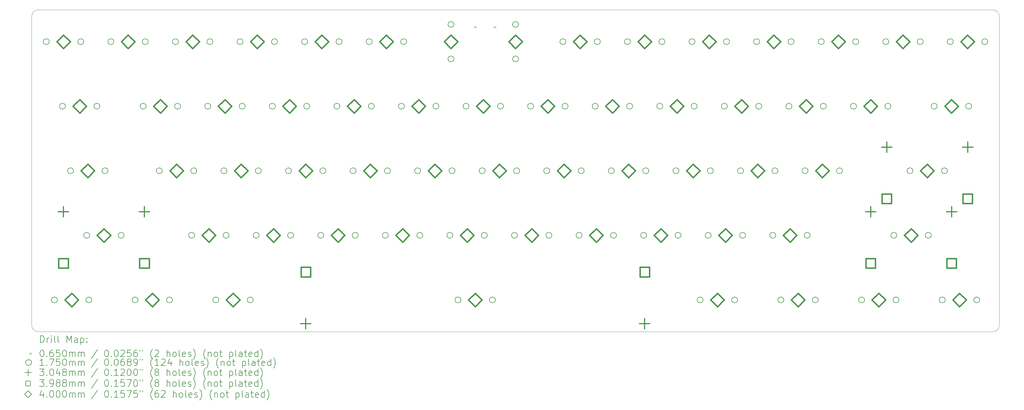
<source format=gbr>
%TF.GenerationSoftware,KiCad,Pcbnew,8.0.4*%
%TF.CreationDate,2024-08-16T15:44:48+02:00*%
%TF.ProjectId,keyboard,6b657962-6f61-4726-942e-6b696361645f,rev?*%
%TF.SameCoordinates,Original*%
%TF.FileFunction,Drillmap*%
%TF.FilePolarity,Positive*%
%FSLAX45Y45*%
G04 Gerber Fmt 4.5, Leading zero omitted, Abs format (unit mm)*
G04 Created by KiCad (PCBNEW 8.0.4) date 2024-08-16 15:44:48*
%MOMM*%
%LPD*%
G01*
G04 APERTURE LIST*
%ADD10C,0.100000*%
%ADD11C,0.200000*%
%ADD12C,0.175000*%
%ADD13C,0.304800*%
%ADD14C,0.398780*%
%ADD15C,0.400000*%
G04 APERTURE END LIST*
D10*
X200000Y-9500000D02*
G75*
G02*
X0Y-9300000I0J200000D01*
G01*
X28350000Y0D02*
G75*
G02*
X28550000Y-200000I0J-200000D01*
G01*
X0Y-200000D02*
X0Y-9300000D01*
X28350000Y-9500000D02*
X200000Y-9500000D01*
X28550000Y-200000D02*
X28550000Y-9300000D01*
X28550000Y-9300000D02*
G75*
G02*
X28350000Y-9500000I-200000J0D01*
G01*
X0Y-200000D02*
G75*
G02*
X200000Y0I200000J0D01*
G01*
X200000Y0D02*
X28350000Y0D01*
D11*
D10*
X13053500Y-477500D02*
X13118500Y-542500D01*
X13118500Y-477500D02*
X13053500Y-542500D01*
X13631500Y-477500D02*
X13696500Y-542500D01*
X13696500Y-477500D02*
X13631500Y-542500D01*
D12*
X519500Y-940000D02*
G75*
G02*
X344500Y-940000I-87500J0D01*
G01*
X344500Y-940000D02*
G75*
G02*
X519500Y-940000I87500J0D01*
G01*
X757625Y-8560000D02*
G75*
G02*
X582625Y-8560000I-87500J0D01*
G01*
X582625Y-8560000D02*
G75*
G02*
X757625Y-8560000I87500J0D01*
G01*
X995750Y-2845000D02*
G75*
G02*
X820750Y-2845000I-87500J0D01*
G01*
X820750Y-2845000D02*
G75*
G02*
X995750Y-2845000I87500J0D01*
G01*
X1233875Y-4750000D02*
G75*
G02*
X1058875Y-4750000I-87500J0D01*
G01*
X1058875Y-4750000D02*
G75*
G02*
X1233875Y-4750000I87500J0D01*
G01*
X1535500Y-940000D02*
G75*
G02*
X1360500Y-940000I-87500J0D01*
G01*
X1360500Y-940000D02*
G75*
G02*
X1535500Y-940000I87500J0D01*
G01*
X1710125Y-6655000D02*
G75*
G02*
X1535125Y-6655000I-87500J0D01*
G01*
X1535125Y-6655000D02*
G75*
G02*
X1710125Y-6655000I87500J0D01*
G01*
X1773625Y-8560000D02*
G75*
G02*
X1598625Y-8560000I-87500J0D01*
G01*
X1598625Y-8560000D02*
G75*
G02*
X1773625Y-8560000I87500J0D01*
G01*
X2011750Y-2845000D02*
G75*
G02*
X1836750Y-2845000I-87500J0D01*
G01*
X1836750Y-2845000D02*
G75*
G02*
X2011750Y-2845000I87500J0D01*
G01*
X2249875Y-4750000D02*
G75*
G02*
X2074875Y-4750000I-87500J0D01*
G01*
X2074875Y-4750000D02*
G75*
G02*
X2249875Y-4750000I87500J0D01*
G01*
X2424500Y-940000D02*
G75*
G02*
X2249500Y-940000I-87500J0D01*
G01*
X2249500Y-940000D02*
G75*
G02*
X2424500Y-940000I87500J0D01*
G01*
X2726125Y-6655000D02*
G75*
G02*
X2551125Y-6655000I-87500J0D01*
G01*
X2551125Y-6655000D02*
G75*
G02*
X2726125Y-6655000I87500J0D01*
G01*
X3138875Y-8560000D02*
G75*
G02*
X2963875Y-8560000I-87500J0D01*
G01*
X2963875Y-8560000D02*
G75*
G02*
X3138875Y-8560000I87500J0D01*
G01*
X3377000Y-2845000D02*
G75*
G02*
X3202000Y-2845000I-87500J0D01*
G01*
X3202000Y-2845000D02*
G75*
G02*
X3377000Y-2845000I87500J0D01*
G01*
X3440500Y-940000D02*
G75*
G02*
X3265500Y-940000I-87500J0D01*
G01*
X3265500Y-940000D02*
G75*
G02*
X3440500Y-940000I87500J0D01*
G01*
X3853250Y-4750000D02*
G75*
G02*
X3678250Y-4750000I-87500J0D01*
G01*
X3678250Y-4750000D02*
G75*
G02*
X3853250Y-4750000I87500J0D01*
G01*
X4154875Y-8560000D02*
G75*
G02*
X3979875Y-8560000I-87500J0D01*
G01*
X3979875Y-8560000D02*
G75*
G02*
X4154875Y-8560000I87500J0D01*
G01*
X4329500Y-940000D02*
G75*
G02*
X4154500Y-940000I-87500J0D01*
G01*
X4154500Y-940000D02*
G75*
G02*
X4329500Y-940000I87500J0D01*
G01*
X4393000Y-2845000D02*
G75*
G02*
X4218000Y-2845000I-87500J0D01*
G01*
X4218000Y-2845000D02*
G75*
G02*
X4393000Y-2845000I87500J0D01*
G01*
X4805750Y-6655000D02*
G75*
G02*
X4630750Y-6655000I-87500J0D01*
G01*
X4630750Y-6655000D02*
G75*
G02*
X4805750Y-6655000I87500J0D01*
G01*
X4869250Y-4750000D02*
G75*
G02*
X4694250Y-4750000I-87500J0D01*
G01*
X4694250Y-4750000D02*
G75*
G02*
X4869250Y-4750000I87500J0D01*
G01*
X5282000Y-2845000D02*
G75*
G02*
X5107000Y-2845000I-87500J0D01*
G01*
X5107000Y-2845000D02*
G75*
G02*
X5282000Y-2845000I87500J0D01*
G01*
X5345500Y-940000D02*
G75*
G02*
X5170500Y-940000I-87500J0D01*
G01*
X5170500Y-940000D02*
G75*
G02*
X5345500Y-940000I87500J0D01*
G01*
X5520125Y-8560000D02*
G75*
G02*
X5345125Y-8560000I-87500J0D01*
G01*
X5345125Y-8560000D02*
G75*
G02*
X5520125Y-8560000I87500J0D01*
G01*
X5758250Y-4750000D02*
G75*
G02*
X5583250Y-4750000I-87500J0D01*
G01*
X5583250Y-4750000D02*
G75*
G02*
X5758250Y-4750000I87500J0D01*
G01*
X5821750Y-6655000D02*
G75*
G02*
X5646750Y-6655000I-87500J0D01*
G01*
X5646750Y-6655000D02*
G75*
G02*
X5821750Y-6655000I87500J0D01*
G01*
X6234500Y-940000D02*
G75*
G02*
X6059500Y-940000I-87500J0D01*
G01*
X6059500Y-940000D02*
G75*
G02*
X6234500Y-940000I87500J0D01*
G01*
X6298000Y-2845000D02*
G75*
G02*
X6123000Y-2845000I-87500J0D01*
G01*
X6123000Y-2845000D02*
G75*
G02*
X6298000Y-2845000I87500J0D01*
G01*
X6536125Y-8560000D02*
G75*
G02*
X6361125Y-8560000I-87500J0D01*
G01*
X6361125Y-8560000D02*
G75*
G02*
X6536125Y-8560000I87500J0D01*
G01*
X6710750Y-6655000D02*
G75*
G02*
X6535750Y-6655000I-87500J0D01*
G01*
X6535750Y-6655000D02*
G75*
G02*
X6710750Y-6655000I87500J0D01*
G01*
X6774250Y-4750000D02*
G75*
G02*
X6599250Y-4750000I-87500J0D01*
G01*
X6599250Y-4750000D02*
G75*
G02*
X6774250Y-4750000I87500J0D01*
G01*
X7187000Y-2845000D02*
G75*
G02*
X7012000Y-2845000I-87500J0D01*
G01*
X7012000Y-2845000D02*
G75*
G02*
X7187000Y-2845000I87500J0D01*
G01*
X7250500Y-940000D02*
G75*
G02*
X7075500Y-940000I-87500J0D01*
G01*
X7075500Y-940000D02*
G75*
G02*
X7250500Y-940000I87500J0D01*
G01*
X7663250Y-4750000D02*
G75*
G02*
X7488250Y-4750000I-87500J0D01*
G01*
X7488250Y-4750000D02*
G75*
G02*
X7663250Y-4750000I87500J0D01*
G01*
X7726750Y-6655000D02*
G75*
G02*
X7551750Y-6655000I-87500J0D01*
G01*
X7551750Y-6655000D02*
G75*
G02*
X7726750Y-6655000I87500J0D01*
G01*
X8139500Y-940000D02*
G75*
G02*
X7964500Y-940000I-87500J0D01*
G01*
X7964500Y-940000D02*
G75*
G02*
X8139500Y-940000I87500J0D01*
G01*
X8203000Y-2845000D02*
G75*
G02*
X8028000Y-2845000I-87500J0D01*
G01*
X8028000Y-2845000D02*
G75*
G02*
X8203000Y-2845000I87500J0D01*
G01*
X8615750Y-6655000D02*
G75*
G02*
X8440750Y-6655000I-87500J0D01*
G01*
X8440750Y-6655000D02*
G75*
G02*
X8615750Y-6655000I87500J0D01*
G01*
X8679250Y-4750000D02*
G75*
G02*
X8504250Y-4750000I-87500J0D01*
G01*
X8504250Y-4750000D02*
G75*
G02*
X8679250Y-4750000I87500J0D01*
G01*
X9092000Y-2845000D02*
G75*
G02*
X8917000Y-2845000I-87500J0D01*
G01*
X8917000Y-2845000D02*
G75*
G02*
X9092000Y-2845000I87500J0D01*
G01*
X9155500Y-940000D02*
G75*
G02*
X8980500Y-940000I-87500J0D01*
G01*
X8980500Y-940000D02*
G75*
G02*
X9155500Y-940000I87500J0D01*
G01*
X9568250Y-4750000D02*
G75*
G02*
X9393250Y-4750000I-87500J0D01*
G01*
X9393250Y-4750000D02*
G75*
G02*
X9568250Y-4750000I87500J0D01*
G01*
X9631750Y-6655000D02*
G75*
G02*
X9456750Y-6655000I-87500J0D01*
G01*
X9456750Y-6655000D02*
G75*
G02*
X9631750Y-6655000I87500J0D01*
G01*
X10044500Y-940000D02*
G75*
G02*
X9869500Y-940000I-87500J0D01*
G01*
X9869500Y-940000D02*
G75*
G02*
X10044500Y-940000I87500J0D01*
G01*
X10108000Y-2845000D02*
G75*
G02*
X9933000Y-2845000I-87500J0D01*
G01*
X9933000Y-2845000D02*
G75*
G02*
X10108000Y-2845000I87500J0D01*
G01*
X10520750Y-6655000D02*
G75*
G02*
X10345750Y-6655000I-87500J0D01*
G01*
X10345750Y-6655000D02*
G75*
G02*
X10520750Y-6655000I87500J0D01*
G01*
X10584250Y-4750000D02*
G75*
G02*
X10409250Y-4750000I-87500J0D01*
G01*
X10409250Y-4750000D02*
G75*
G02*
X10584250Y-4750000I87500J0D01*
G01*
X10997000Y-2845000D02*
G75*
G02*
X10822000Y-2845000I-87500J0D01*
G01*
X10822000Y-2845000D02*
G75*
G02*
X10997000Y-2845000I87500J0D01*
G01*
X11060500Y-940000D02*
G75*
G02*
X10885500Y-940000I-87500J0D01*
G01*
X10885500Y-940000D02*
G75*
G02*
X11060500Y-940000I87500J0D01*
G01*
X11473250Y-4750000D02*
G75*
G02*
X11298250Y-4750000I-87500J0D01*
G01*
X11298250Y-4750000D02*
G75*
G02*
X11473250Y-4750000I87500J0D01*
G01*
X11536750Y-6655000D02*
G75*
G02*
X11361750Y-6655000I-87500J0D01*
G01*
X11361750Y-6655000D02*
G75*
G02*
X11536750Y-6655000I87500J0D01*
G01*
X12013000Y-2845000D02*
G75*
G02*
X11838000Y-2845000I-87500J0D01*
G01*
X11838000Y-2845000D02*
G75*
G02*
X12013000Y-2845000I87500J0D01*
G01*
X12425750Y-6655000D02*
G75*
G02*
X12250750Y-6655000I-87500J0D01*
G01*
X12250750Y-6655000D02*
G75*
G02*
X12425750Y-6655000I87500J0D01*
G01*
X12457500Y-432000D02*
G75*
G02*
X12282500Y-432000I-87500J0D01*
G01*
X12282500Y-432000D02*
G75*
G02*
X12457500Y-432000I87500J0D01*
G01*
X12457500Y-1448000D02*
G75*
G02*
X12282500Y-1448000I-87500J0D01*
G01*
X12282500Y-1448000D02*
G75*
G02*
X12457500Y-1448000I87500J0D01*
G01*
X12489250Y-4750000D02*
G75*
G02*
X12314250Y-4750000I-87500J0D01*
G01*
X12314250Y-4750000D02*
G75*
G02*
X12489250Y-4750000I87500J0D01*
G01*
X12663875Y-8560000D02*
G75*
G02*
X12488875Y-8560000I-87500J0D01*
G01*
X12488875Y-8560000D02*
G75*
G02*
X12663875Y-8560000I87500J0D01*
G01*
X12902000Y-2845000D02*
G75*
G02*
X12727000Y-2845000I-87500J0D01*
G01*
X12727000Y-2845000D02*
G75*
G02*
X12902000Y-2845000I87500J0D01*
G01*
X13378250Y-4750000D02*
G75*
G02*
X13203250Y-4750000I-87500J0D01*
G01*
X13203250Y-4750000D02*
G75*
G02*
X13378250Y-4750000I87500J0D01*
G01*
X13441750Y-6655000D02*
G75*
G02*
X13266750Y-6655000I-87500J0D01*
G01*
X13266750Y-6655000D02*
G75*
G02*
X13441750Y-6655000I87500J0D01*
G01*
X13679875Y-8560000D02*
G75*
G02*
X13504875Y-8560000I-87500J0D01*
G01*
X13504875Y-8560000D02*
G75*
G02*
X13679875Y-8560000I87500J0D01*
G01*
X13918000Y-2845000D02*
G75*
G02*
X13743000Y-2845000I-87500J0D01*
G01*
X13743000Y-2845000D02*
G75*
G02*
X13918000Y-2845000I87500J0D01*
G01*
X14330750Y-6655000D02*
G75*
G02*
X14155750Y-6655000I-87500J0D01*
G01*
X14155750Y-6655000D02*
G75*
G02*
X14330750Y-6655000I87500J0D01*
G01*
X14362500Y-432000D02*
G75*
G02*
X14187500Y-432000I-87500J0D01*
G01*
X14187500Y-432000D02*
G75*
G02*
X14362500Y-432000I87500J0D01*
G01*
X14362500Y-1448000D02*
G75*
G02*
X14187500Y-1448000I-87500J0D01*
G01*
X14187500Y-1448000D02*
G75*
G02*
X14362500Y-1448000I87500J0D01*
G01*
X14394250Y-4750000D02*
G75*
G02*
X14219250Y-4750000I-87500J0D01*
G01*
X14219250Y-4750000D02*
G75*
G02*
X14394250Y-4750000I87500J0D01*
G01*
X14807000Y-2845000D02*
G75*
G02*
X14632000Y-2845000I-87500J0D01*
G01*
X14632000Y-2845000D02*
G75*
G02*
X14807000Y-2845000I87500J0D01*
G01*
X15283250Y-4750000D02*
G75*
G02*
X15108250Y-4750000I-87500J0D01*
G01*
X15108250Y-4750000D02*
G75*
G02*
X15283250Y-4750000I87500J0D01*
G01*
X15346750Y-6655000D02*
G75*
G02*
X15171750Y-6655000I-87500J0D01*
G01*
X15171750Y-6655000D02*
G75*
G02*
X15346750Y-6655000I87500J0D01*
G01*
X15759500Y-940000D02*
G75*
G02*
X15584500Y-940000I-87500J0D01*
G01*
X15584500Y-940000D02*
G75*
G02*
X15759500Y-940000I87500J0D01*
G01*
X15823000Y-2845000D02*
G75*
G02*
X15648000Y-2845000I-87500J0D01*
G01*
X15648000Y-2845000D02*
G75*
G02*
X15823000Y-2845000I87500J0D01*
G01*
X16235750Y-6655000D02*
G75*
G02*
X16060750Y-6655000I-87500J0D01*
G01*
X16060750Y-6655000D02*
G75*
G02*
X16235750Y-6655000I87500J0D01*
G01*
X16299250Y-4750000D02*
G75*
G02*
X16124250Y-4750000I-87500J0D01*
G01*
X16124250Y-4750000D02*
G75*
G02*
X16299250Y-4750000I87500J0D01*
G01*
X16712000Y-2845000D02*
G75*
G02*
X16537000Y-2845000I-87500J0D01*
G01*
X16537000Y-2845000D02*
G75*
G02*
X16712000Y-2845000I87500J0D01*
G01*
X16775500Y-940000D02*
G75*
G02*
X16600500Y-940000I-87500J0D01*
G01*
X16600500Y-940000D02*
G75*
G02*
X16775500Y-940000I87500J0D01*
G01*
X17188250Y-4750000D02*
G75*
G02*
X17013250Y-4750000I-87500J0D01*
G01*
X17013250Y-4750000D02*
G75*
G02*
X17188250Y-4750000I87500J0D01*
G01*
X17251750Y-6655000D02*
G75*
G02*
X17076750Y-6655000I-87500J0D01*
G01*
X17076750Y-6655000D02*
G75*
G02*
X17251750Y-6655000I87500J0D01*
G01*
X17664500Y-940000D02*
G75*
G02*
X17489500Y-940000I-87500J0D01*
G01*
X17489500Y-940000D02*
G75*
G02*
X17664500Y-940000I87500J0D01*
G01*
X17728000Y-2845000D02*
G75*
G02*
X17553000Y-2845000I-87500J0D01*
G01*
X17553000Y-2845000D02*
G75*
G02*
X17728000Y-2845000I87500J0D01*
G01*
X18140750Y-6655000D02*
G75*
G02*
X17965750Y-6655000I-87500J0D01*
G01*
X17965750Y-6655000D02*
G75*
G02*
X18140750Y-6655000I87500J0D01*
G01*
X18204250Y-4750000D02*
G75*
G02*
X18029250Y-4750000I-87500J0D01*
G01*
X18029250Y-4750000D02*
G75*
G02*
X18204250Y-4750000I87500J0D01*
G01*
X18617000Y-2845000D02*
G75*
G02*
X18442000Y-2845000I-87500J0D01*
G01*
X18442000Y-2845000D02*
G75*
G02*
X18617000Y-2845000I87500J0D01*
G01*
X18680500Y-940000D02*
G75*
G02*
X18505500Y-940000I-87500J0D01*
G01*
X18505500Y-940000D02*
G75*
G02*
X18680500Y-940000I87500J0D01*
G01*
X19093250Y-4750000D02*
G75*
G02*
X18918250Y-4750000I-87500J0D01*
G01*
X18918250Y-4750000D02*
G75*
G02*
X19093250Y-4750000I87500J0D01*
G01*
X19156750Y-6655000D02*
G75*
G02*
X18981750Y-6655000I-87500J0D01*
G01*
X18981750Y-6655000D02*
G75*
G02*
X19156750Y-6655000I87500J0D01*
G01*
X19569500Y-940000D02*
G75*
G02*
X19394500Y-940000I-87500J0D01*
G01*
X19394500Y-940000D02*
G75*
G02*
X19569500Y-940000I87500J0D01*
G01*
X19633000Y-2845000D02*
G75*
G02*
X19458000Y-2845000I-87500J0D01*
G01*
X19458000Y-2845000D02*
G75*
G02*
X19633000Y-2845000I87500J0D01*
G01*
X19807625Y-8560000D02*
G75*
G02*
X19632625Y-8560000I-87500J0D01*
G01*
X19632625Y-8560000D02*
G75*
G02*
X19807625Y-8560000I87500J0D01*
G01*
X20045750Y-6655000D02*
G75*
G02*
X19870750Y-6655000I-87500J0D01*
G01*
X19870750Y-6655000D02*
G75*
G02*
X20045750Y-6655000I87500J0D01*
G01*
X20109250Y-4750000D02*
G75*
G02*
X19934250Y-4750000I-87500J0D01*
G01*
X19934250Y-4750000D02*
G75*
G02*
X20109250Y-4750000I87500J0D01*
G01*
X20522000Y-2845000D02*
G75*
G02*
X20347000Y-2845000I-87500J0D01*
G01*
X20347000Y-2845000D02*
G75*
G02*
X20522000Y-2845000I87500J0D01*
G01*
X20585500Y-940000D02*
G75*
G02*
X20410500Y-940000I-87500J0D01*
G01*
X20410500Y-940000D02*
G75*
G02*
X20585500Y-940000I87500J0D01*
G01*
X20823625Y-8560000D02*
G75*
G02*
X20648625Y-8560000I-87500J0D01*
G01*
X20648625Y-8560000D02*
G75*
G02*
X20823625Y-8560000I87500J0D01*
G01*
X20998250Y-4750000D02*
G75*
G02*
X20823250Y-4750000I-87500J0D01*
G01*
X20823250Y-4750000D02*
G75*
G02*
X20998250Y-4750000I87500J0D01*
G01*
X21061750Y-6655000D02*
G75*
G02*
X20886750Y-6655000I-87500J0D01*
G01*
X20886750Y-6655000D02*
G75*
G02*
X21061750Y-6655000I87500J0D01*
G01*
X21474500Y-940000D02*
G75*
G02*
X21299500Y-940000I-87500J0D01*
G01*
X21299500Y-940000D02*
G75*
G02*
X21474500Y-940000I87500J0D01*
G01*
X21538000Y-2845000D02*
G75*
G02*
X21363000Y-2845000I-87500J0D01*
G01*
X21363000Y-2845000D02*
G75*
G02*
X21538000Y-2845000I87500J0D01*
G01*
X21950750Y-6655000D02*
G75*
G02*
X21775750Y-6655000I-87500J0D01*
G01*
X21775750Y-6655000D02*
G75*
G02*
X21950750Y-6655000I87500J0D01*
G01*
X22014250Y-4750000D02*
G75*
G02*
X21839250Y-4750000I-87500J0D01*
G01*
X21839250Y-4750000D02*
G75*
G02*
X22014250Y-4750000I87500J0D01*
G01*
X22188875Y-8560000D02*
G75*
G02*
X22013875Y-8560000I-87500J0D01*
G01*
X22013875Y-8560000D02*
G75*
G02*
X22188875Y-8560000I87500J0D01*
G01*
X22427000Y-2845000D02*
G75*
G02*
X22252000Y-2845000I-87500J0D01*
G01*
X22252000Y-2845000D02*
G75*
G02*
X22427000Y-2845000I87500J0D01*
G01*
X22490500Y-940000D02*
G75*
G02*
X22315500Y-940000I-87500J0D01*
G01*
X22315500Y-940000D02*
G75*
G02*
X22490500Y-940000I87500J0D01*
G01*
X22903250Y-4750000D02*
G75*
G02*
X22728250Y-4750000I-87500J0D01*
G01*
X22728250Y-4750000D02*
G75*
G02*
X22903250Y-4750000I87500J0D01*
G01*
X22966750Y-6655000D02*
G75*
G02*
X22791750Y-6655000I-87500J0D01*
G01*
X22791750Y-6655000D02*
G75*
G02*
X22966750Y-6655000I87500J0D01*
G01*
X23204875Y-8560000D02*
G75*
G02*
X23029875Y-8560000I-87500J0D01*
G01*
X23029875Y-8560000D02*
G75*
G02*
X23204875Y-8560000I87500J0D01*
G01*
X23379500Y-940000D02*
G75*
G02*
X23204500Y-940000I-87500J0D01*
G01*
X23204500Y-940000D02*
G75*
G02*
X23379500Y-940000I87500J0D01*
G01*
X23443000Y-2845000D02*
G75*
G02*
X23268000Y-2845000I-87500J0D01*
G01*
X23268000Y-2845000D02*
G75*
G02*
X23443000Y-2845000I87500J0D01*
G01*
X23919250Y-4750000D02*
G75*
G02*
X23744250Y-4750000I-87500J0D01*
G01*
X23744250Y-4750000D02*
G75*
G02*
X23919250Y-4750000I87500J0D01*
G01*
X24332000Y-2845000D02*
G75*
G02*
X24157000Y-2845000I-87500J0D01*
G01*
X24157000Y-2845000D02*
G75*
G02*
X24332000Y-2845000I87500J0D01*
G01*
X24395500Y-940000D02*
G75*
G02*
X24220500Y-940000I-87500J0D01*
G01*
X24220500Y-940000D02*
G75*
G02*
X24395500Y-940000I87500J0D01*
G01*
X24570125Y-8560000D02*
G75*
G02*
X24395125Y-8560000I-87500J0D01*
G01*
X24395125Y-8560000D02*
G75*
G02*
X24570125Y-8560000I87500J0D01*
G01*
X25284500Y-940000D02*
G75*
G02*
X25109500Y-940000I-87500J0D01*
G01*
X25109500Y-940000D02*
G75*
G02*
X25284500Y-940000I87500J0D01*
G01*
X25348000Y-2845000D02*
G75*
G02*
X25173000Y-2845000I-87500J0D01*
G01*
X25173000Y-2845000D02*
G75*
G02*
X25348000Y-2845000I87500J0D01*
G01*
X25522625Y-6655000D02*
G75*
G02*
X25347625Y-6655000I-87500J0D01*
G01*
X25347625Y-6655000D02*
G75*
G02*
X25522625Y-6655000I87500J0D01*
G01*
X25586125Y-8560000D02*
G75*
G02*
X25411125Y-8560000I-87500J0D01*
G01*
X25411125Y-8560000D02*
G75*
G02*
X25586125Y-8560000I87500J0D01*
G01*
X25998875Y-4750000D02*
G75*
G02*
X25823875Y-4750000I-87500J0D01*
G01*
X25823875Y-4750000D02*
G75*
G02*
X25998875Y-4750000I87500J0D01*
G01*
X26300500Y-940000D02*
G75*
G02*
X26125500Y-940000I-87500J0D01*
G01*
X26125500Y-940000D02*
G75*
G02*
X26300500Y-940000I87500J0D01*
G01*
X26538625Y-6655000D02*
G75*
G02*
X26363625Y-6655000I-87500J0D01*
G01*
X26363625Y-6655000D02*
G75*
G02*
X26538625Y-6655000I87500J0D01*
G01*
X26713250Y-2845000D02*
G75*
G02*
X26538250Y-2845000I-87500J0D01*
G01*
X26538250Y-2845000D02*
G75*
G02*
X26713250Y-2845000I87500J0D01*
G01*
X26951375Y-8560000D02*
G75*
G02*
X26776375Y-8560000I-87500J0D01*
G01*
X26776375Y-8560000D02*
G75*
G02*
X26951375Y-8560000I87500J0D01*
G01*
X27014875Y-4750000D02*
G75*
G02*
X26839875Y-4750000I-87500J0D01*
G01*
X26839875Y-4750000D02*
G75*
G02*
X27014875Y-4750000I87500J0D01*
G01*
X27189500Y-940000D02*
G75*
G02*
X27014500Y-940000I-87500J0D01*
G01*
X27014500Y-940000D02*
G75*
G02*
X27189500Y-940000I87500J0D01*
G01*
X27729250Y-2845000D02*
G75*
G02*
X27554250Y-2845000I-87500J0D01*
G01*
X27554250Y-2845000D02*
G75*
G02*
X27729250Y-2845000I87500J0D01*
G01*
X27967375Y-8560000D02*
G75*
G02*
X27792375Y-8560000I-87500J0D01*
G01*
X27792375Y-8560000D02*
G75*
G02*
X27967375Y-8560000I87500J0D01*
G01*
X28205500Y-940000D02*
G75*
G02*
X28030500Y-940000I-87500J0D01*
G01*
X28030500Y-940000D02*
G75*
G02*
X28205500Y-940000I87500J0D01*
G01*
D13*
X936825Y-5804100D02*
X936825Y-6108900D01*
X784425Y-5956500D02*
X1089225Y-5956500D01*
X3324425Y-5804100D02*
X3324425Y-6108900D01*
X3172025Y-5956500D02*
X3476825Y-5956500D01*
X8084375Y-9106100D02*
X8084375Y-9410900D01*
X7931975Y-9258500D02*
X8236775Y-9258500D01*
X18084375Y-9106100D02*
X18084375Y-9410900D01*
X17931975Y-9258500D02*
X18236775Y-9258500D01*
X24749325Y-5804100D02*
X24749325Y-6108900D01*
X24596925Y-5956500D02*
X24901725Y-5956500D01*
X25225575Y-3899100D02*
X25225575Y-4203900D01*
X25073175Y-4051500D02*
X25377975Y-4051500D01*
X27136925Y-5804100D02*
X27136925Y-6108900D01*
X26984525Y-5956500D02*
X27289325Y-5956500D01*
X27613175Y-3899100D02*
X27613175Y-4203900D01*
X27460775Y-4051500D02*
X27765575Y-4051500D01*
D14*
X1077816Y-7618491D02*
X1077816Y-7336509D01*
X795834Y-7336509D01*
X795834Y-7618491D01*
X1077816Y-7618491D01*
X3465416Y-7618491D02*
X3465416Y-7336509D01*
X3183434Y-7336509D01*
X3183434Y-7618491D01*
X3465416Y-7618491D01*
X8225366Y-7878491D02*
X8225366Y-7596509D01*
X7943384Y-7596509D01*
X7943384Y-7878491D01*
X8225366Y-7878491D01*
X18225366Y-7878491D02*
X18225366Y-7596509D01*
X17943384Y-7596509D01*
X17943384Y-7878491D01*
X18225366Y-7878491D01*
X24890316Y-7618491D02*
X24890316Y-7336509D01*
X24608334Y-7336509D01*
X24608334Y-7618491D01*
X24890316Y-7618491D01*
X25366566Y-5713491D02*
X25366566Y-5431509D01*
X25084584Y-5431509D01*
X25084584Y-5713491D01*
X25366566Y-5713491D01*
X27277916Y-7618491D02*
X27277916Y-7336509D01*
X26995934Y-7336509D01*
X26995934Y-7618491D01*
X27277916Y-7618491D01*
X27754166Y-5713491D02*
X27754166Y-5431509D01*
X27472184Y-5431509D01*
X27472184Y-5713491D01*
X27754166Y-5713491D01*
D15*
X940000Y-1140000D02*
X1140000Y-940000D01*
X940000Y-740000D01*
X740000Y-940000D01*
X940000Y-1140000D01*
X1178125Y-8760000D02*
X1378125Y-8560000D01*
X1178125Y-8360000D01*
X978125Y-8560000D01*
X1178125Y-8760000D01*
X1416250Y-3045000D02*
X1616250Y-2845000D01*
X1416250Y-2645000D01*
X1216250Y-2845000D01*
X1416250Y-3045000D01*
X1654375Y-4950000D02*
X1854375Y-4750000D01*
X1654375Y-4550000D01*
X1454375Y-4750000D01*
X1654375Y-4950000D01*
X2130625Y-6855000D02*
X2330625Y-6655000D01*
X2130625Y-6455000D01*
X1930625Y-6655000D01*
X2130625Y-6855000D01*
X2845000Y-1140000D02*
X3045000Y-940000D01*
X2845000Y-740000D01*
X2645000Y-940000D01*
X2845000Y-1140000D01*
X3559375Y-8760000D02*
X3759375Y-8560000D01*
X3559375Y-8360000D01*
X3359375Y-8560000D01*
X3559375Y-8760000D01*
X3797500Y-3045000D02*
X3997500Y-2845000D01*
X3797500Y-2645000D01*
X3597500Y-2845000D01*
X3797500Y-3045000D01*
X4273750Y-4950000D02*
X4473750Y-4750000D01*
X4273750Y-4550000D01*
X4073750Y-4750000D01*
X4273750Y-4950000D01*
X4750000Y-1140000D02*
X4950000Y-940000D01*
X4750000Y-740000D01*
X4550000Y-940000D01*
X4750000Y-1140000D01*
X5226250Y-6855000D02*
X5426250Y-6655000D01*
X5226250Y-6455000D01*
X5026250Y-6655000D01*
X5226250Y-6855000D01*
X5702500Y-3045000D02*
X5902500Y-2845000D01*
X5702500Y-2645000D01*
X5502500Y-2845000D01*
X5702500Y-3045000D01*
X5940625Y-8760000D02*
X6140625Y-8560000D01*
X5940625Y-8360000D01*
X5740625Y-8560000D01*
X5940625Y-8760000D01*
X6178750Y-4950000D02*
X6378750Y-4750000D01*
X6178750Y-4550000D01*
X5978750Y-4750000D01*
X6178750Y-4950000D01*
X6655000Y-1140000D02*
X6855000Y-940000D01*
X6655000Y-740000D01*
X6455000Y-940000D01*
X6655000Y-1140000D01*
X7131250Y-6855000D02*
X7331250Y-6655000D01*
X7131250Y-6455000D01*
X6931250Y-6655000D01*
X7131250Y-6855000D01*
X7607500Y-3045000D02*
X7807500Y-2845000D01*
X7607500Y-2645000D01*
X7407500Y-2845000D01*
X7607500Y-3045000D01*
X8083750Y-4950000D02*
X8283750Y-4750000D01*
X8083750Y-4550000D01*
X7883750Y-4750000D01*
X8083750Y-4950000D01*
X8560000Y-1140000D02*
X8760000Y-940000D01*
X8560000Y-740000D01*
X8360000Y-940000D01*
X8560000Y-1140000D01*
X9036250Y-6855000D02*
X9236250Y-6655000D01*
X9036250Y-6455000D01*
X8836250Y-6655000D01*
X9036250Y-6855000D01*
X9512500Y-3045000D02*
X9712500Y-2845000D01*
X9512500Y-2645000D01*
X9312500Y-2845000D01*
X9512500Y-3045000D01*
X9988750Y-4950000D02*
X10188750Y-4750000D01*
X9988750Y-4550000D01*
X9788750Y-4750000D01*
X9988750Y-4950000D01*
X10465000Y-1140000D02*
X10665000Y-940000D01*
X10465000Y-740000D01*
X10265000Y-940000D01*
X10465000Y-1140000D01*
X10941250Y-6855000D02*
X11141250Y-6655000D01*
X10941250Y-6455000D01*
X10741250Y-6655000D01*
X10941250Y-6855000D01*
X11417500Y-3045000D02*
X11617500Y-2845000D01*
X11417500Y-2645000D01*
X11217500Y-2845000D01*
X11417500Y-3045000D01*
X11893750Y-4950000D02*
X12093750Y-4750000D01*
X11893750Y-4550000D01*
X11693750Y-4750000D01*
X11893750Y-4950000D01*
X12370000Y-1140000D02*
X12570000Y-940000D01*
X12370000Y-740000D01*
X12170000Y-940000D01*
X12370000Y-1140000D01*
X12846250Y-6855000D02*
X13046250Y-6655000D01*
X12846250Y-6455000D01*
X12646250Y-6655000D01*
X12846250Y-6855000D01*
X13084375Y-8760000D02*
X13284375Y-8560000D01*
X13084375Y-8360000D01*
X12884375Y-8560000D01*
X13084375Y-8760000D01*
X13322500Y-3045000D02*
X13522500Y-2845000D01*
X13322500Y-2645000D01*
X13122500Y-2845000D01*
X13322500Y-3045000D01*
X13798750Y-4950000D02*
X13998750Y-4750000D01*
X13798750Y-4550000D01*
X13598750Y-4750000D01*
X13798750Y-4950000D01*
X14275000Y-1140000D02*
X14475000Y-940000D01*
X14275000Y-740000D01*
X14075000Y-940000D01*
X14275000Y-1140000D01*
X14751250Y-6855000D02*
X14951250Y-6655000D01*
X14751250Y-6455000D01*
X14551250Y-6655000D01*
X14751250Y-6855000D01*
X15227500Y-3045000D02*
X15427500Y-2845000D01*
X15227500Y-2645000D01*
X15027500Y-2845000D01*
X15227500Y-3045000D01*
X15703750Y-4950000D02*
X15903750Y-4750000D01*
X15703750Y-4550000D01*
X15503750Y-4750000D01*
X15703750Y-4950000D01*
X16180000Y-1140000D02*
X16380000Y-940000D01*
X16180000Y-740000D01*
X15980000Y-940000D01*
X16180000Y-1140000D01*
X16656250Y-6855000D02*
X16856250Y-6655000D01*
X16656250Y-6455000D01*
X16456250Y-6655000D01*
X16656250Y-6855000D01*
X17132500Y-3045000D02*
X17332500Y-2845000D01*
X17132500Y-2645000D01*
X16932500Y-2845000D01*
X17132500Y-3045000D01*
X17608750Y-4950000D02*
X17808750Y-4750000D01*
X17608750Y-4550000D01*
X17408750Y-4750000D01*
X17608750Y-4950000D01*
X18085000Y-1140000D02*
X18285000Y-940000D01*
X18085000Y-740000D01*
X17885000Y-940000D01*
X18085000Y-1140000D01*
X18561250Y-6855000D02*
X18761250Y-6655000D01*
X18561250Y-6455000D01*
X18361250Y-6655000D01*
X18561250Y-6855000D01*
X19037500Y-3045000D02*
X19237500Y-2845000D01*
X19037500Y-2645000D01*
X18837500Y-2845000D01*
X19037500Y-3045000D01*
X19513750Y-4950000D02*
X19713750Y-4750000D01*
X19513750Y-4550000D01*
X19313750Y-4750000D01*
X19513750Y-4950000D01*
X19990000Y-1140000D02*
X20190000Y-940000D01*
X19990000Y-740000D01*
X19790000Y-940000D01*
X19990000Y-1140000D01*
X20228125Y-8760000D02*
X20428125Y-8560000D01*
X20228125Y-8360000D01*
X20028125Y-8560000D01*
X20228125Y-8760000D01*
X20466250Y-6855000D02*
X20666250Y-6655000D01*
X20466250Y-6455000D01*
X20266250Y-6655000D01*
X20466250Y-6855000D01*
X20942500Y-3045000D02*
X21142500Y-2845000D01*
X20942500Y-2645000D01*
X20742500Y-2845000D01*
X20942500Y-3045000D01*
X21418750Y-4950000D02*
X21618750Y-4750000D01*
X21418750Y-4550000D01*
X21218750Y-4750000D01*
X21418750Y-4950000D01*
X21895000Y-1140000D02*
X22095000Y-940000D01*
X21895000Y-740000D01*
X21695000Y-940000D01*
X21895000Y-1140000D01*
X22371250Y-6855000D02*
X22571250Y-6655000D01*
X22371250Y-6455000D01*
X22171250Y-6655000D01*
X22371250Y-6855000D01*
X22609375Y-8760000D02*
X22809375Y-8560000D01*
X22609375Y-8360000D01*
X22409375Y-8560000D01*
X22609375Y-8760000D01*
X22847500Y-3045000D02*
X23047500Y-2845000D01*
X22847500Y-2645000D01*
X22647500Y-2845000D01*
X22847500Y-3045000D01*
X23323750Y-4950000D02*
X23523750Y-4750000D01*
X23323750Y-4550000D01*
X23123750Y-4750000D01*
X23323750Y-4950000D01*
X23800000Y-1140000D02*
X24000000Y-940000D01*
X23800000Y-740000D01*
X23600000Y-940000D01*
X23800000Y-1140000D01*
X24752500Y-3045000D02*
X24952500Y-2845000D01*
X24752500Y-2645000D01*
X24552500Y-2845000D01*
X24752500Y-3045000D01*
X24990625Y-8760000D02*
X25190625Y-8560000D01*
X24990625Y-8360000D01*
X24790625Y-8560000D01*
X24990625Y-8760000D01*
X25705000Y-1140000D02*
X25905000Y-940000D01*
X25705000Y-740000D01*
X25505000Y-940000D01*
X25705000Y-1140000D01*
X25943125Y-6855000D02*
X26143125Y-6655000D01*
X25943125Y-6455000D01*
X25743125Y-6655000D01*
X25943125Y-6855000D01*
X26419375Y-4950000D02*
X26619375Y-4750000D01*
X26419375Y-4550000D01*
X26219375Y-4750000D01*
X26419375Y-4950000D01*
X27133750Y-3045000D02*
X27333750Y-2845000D01*
X27133750Y-2645000D01*
X26933750Y-2845000D01*
X27133750Y-3045000D01*
X27371875Y-8760000D02*
X27571875Y-8560000D01*
X27371875Y-8360000D01*
X27171875Y-8560000D01*
X27371875Y-8760000D01*
X27610000Y-1140000D02*
X27810000Y-940000D01*
X27610000Y-740000D01*
X27410000Y-940000D01*
X27610000Y-1140000D01*
D11*
X255777Y-9816484D02*
X255777Y-9616484D01*
X255777Y-9616484D02*
X303396Y-9616484D01*
X303396Y-9616484D02*
X331967Y-9626008D01*
X331967Y-9626008D02*
X351015Y-9645055D01*
X351015Y-9645055D02*
X360539Y-9664103D01*
X360539Y-9664103D02*
X370062Y-9702198D01*
X370062Y-9702198D02*
X370062Y-9730769D01*
X370062Y-9730769D02*
X360539Y-9768865D01*
X360539Y-9768865D02*
X351015Y-9787912D01*
X351015Y-9787912D02*
X331967Y-9806960D01*
X331967Y-9806960D02*
X303396Y-9816484D01*
X303396Y-9816484D02*
X255777Y-9816484D01*
X455777Y-9816484D02*
X455777Y-9683150D01*
X455777Y-9721246D02*
X465301Y-9702198D01*
X465301Y-9702198D02*
X474824Y-9692674D01*
X474824Y-9692674D02*
X493872Y-9683150D01*
X493872Y-9683150D02*
X512920Y-9683150D01*
X579586Y-9816484D02*
X579586Y-9683150D01*
X579586Y-9616484D02*
X570063Y-9626008D01*
X570063Y-9626008D02*
X579586Y-9635531D01*
X579586Y-9635531D02*
X589110Y-9626008D01*
X589110Y-9626008D02*
X579586Y-9616484D01*
X579586Y-9616484D02*
X579586Y-9635531D01*
X703396Y-9816484D02*
X684348Y-9806960D01*
X684348Y-9806960D02*
X674824Y-9787912D01*
X674824Y-9787912D02*
X674824Y-9616484D01*
X808158Y-9816484D02*
X789110Y-9806960D01*
X789110Y-9806960D02*
X779586Y-9787912D01*
X779586Y-9787912D02*
X779586Y-9616484D01*
X1036729Y-9816484D02*
X1036729Y-9616484D01*
X1036729Y-9616484D02*
X1103396Y-9759341D01*
X1103396Y-9759341D02*
X1170063Y-9616484D01*
X1170063Y-9616484D02*
X1170063Y-9816484D01*
X1351015Y-9816484D02*
X1351015Y-9711722D01*
X1351015Y-9711722D02*
X1341491Y-9692674D01*
X1341491Y-9692674D02*
X1322444Y-9683150D01*
X1322444Y-9683150D02*
X1284348Y-9683150D01*
X1284348Y-9683150D02*
X1265301Y-9692674D01*
X1351015Y-9806960D02*
X1331967Y-9816484D01*
X1331967Y-9816484D02*
X1284348Y-9816484D01*
X1284348Y-9816484D02*
X1265301Y-9806960D01*
X1265301Y-9806960D02*
X1255777Y-9787912D01*
X1255777Y-9787912D02*
X1255777Y-9768865D01*
X1255777Y-9768865D02*
X1265301Y-9749817D01*
X1265301Y-9749817D02*
X1284348Y-9740293D01*
X1284348Y-9740293D02*
X1331967Y-9740293D01*
X1331967Y-9740293D02*
X1351015Y-9730769D01*
X1446253Y-9683150D02*
X1446253Y-9883150D01*
X1446253Y-9692674D02*
X1465301Y-9683150D01*
X1465301Y-9683150D02*
X1503396Y-9683150D01*
X1503396Y-9683150D02*
X1522443Y-9692674D01*
X1522443Y-9692674D02*
X1531967Y-9702198D01*
X1531967Y-9702198D02*
X1541491Y-9721246D01*
X1541491Y-9721246D02*
X1541491Y-9778388D01*
X1541491Y-9778388D02*
X1531967Y-9797436D01*
X1531967Y-9797436D02*
X1522443Y-9806960D01*
X1522443Y-9806960D02*
X1503396Y-9816484D01*
X1503396Y-9816484D02*
X1465301Y-9816484D01*
X1465301Y-9816484D02*
X1446253Y-9806960D01*
X1627205Y-9797436D02*
X1636729Y-9806960D01*
X1636729Y-9806960D02*
X1627205Y-9816484D01*
X1627205Y-9816484D02*
X1617682Y-9806960D01*
X1617682Y-9806960D02*
X1627205Y-9797436D01*
X1627205Y-9797436D02*
X1627205Y-9816484D01*
X1627205Y-9692674D02*
X1636729Y-9702198D01*
X1636729Y-9702198D02*
X1627205Y-9711722D01*
X1627205Y-9711722D02*
X1617682Y-9702198D01*
X1617682Y-9702198D02*
X1627205Y-9692674D01*
X1627205Y-9692674D02*
X1627205Y-9711722D01*
D10*
X-70000Y-10112500D02*
X-5000Y-10177500D01*
X-5000Y-10112500D02*
X-70000Y-10177500D01*
D11*
X293872Y-10036484D02*
X312920Y-10036484D01*
X312920Y-10036484D02*
X331967Y-10046008D01*
X331967Y-10046008D02*
X341491Y-10055531D01*
X341491Y-10055531D02*
X351015Y-10074579D01*
X351015Y-10074579D02*
X360539Y-10112674D01*
X360539Y-10112674D02*
X360539Y-10160293D01*
X360539Y-10160293D02*
X351015Y-10198388D01*
X351015Y-10198388D02*
X341491Y-10217436D01*
X341491Y-10217436D02*
X331967Y-10226960D01*
X331967Y-10226960D02*
X312920Y-10236484D01*
X312920Y-10236484D02*
X293872Y-10236484D01*
X293872Y-10236484D02*
X274824Y-10226960D01*
X274824Y-10226960D02*
X265301Y-10217436D01*
X265301Y-10217436D02*
X255777Y-10198388D01*
X255777Y-10198388D02*
X246253Y-10160293D01*
X246253Y-10160293D02*
X246253Y-10112674D01*
X246253Y-10112674D02*
X255777Y-10074579D01*
X255777Y-10074579D02*
X265301Y-10055531D01*
X265301Y-10055531D02*
X274824Y-10046008D01*
X274824Y-10046008D02*
X293872Y-10036484D01*
X446253Y-10217436D02*
X455777Y-10226960D01*
X455777Y-10226960D02*
X446253Y-10236484D01*
X446253Y-10236484D02*
X436729Y-10226960D01*
X436729Y-10226960D02*
X446253Y-10217436D01*
X446253Y-10217436D02*
X446253Y-10236484D01*
X627205Y-10036484D02*
X589110Y-10036484D01*
X589110Y-10036484D02*
X570063Y-10046008D01*
X570063Y-10046008D02*
X560539Y-10055531D01*
X560539Y-10055531D02*
X541491Y-10084103D01*
X541491Y-10084103D02*
X531967Y-10122198D01*
X531967Y-10122198D02*
X531967Y-10198388D01*
X531967Y-10198388D02*
X541491Y-10217436D01*
X541491Y-10217436D02*
X551015Y-10226960D01*
X551015Y-10226960D02*
X570063Y-10236484D01*
X570063Y-10236484D02*
X608158Y-10236484D01*
X608158Y-10236484D02*
X627205Y-10226960D01*
X627205Y-10226960D02*
X636729Y-10217436D01*
X636729Y-10217436D02*
X646253Y-10198388D01*
X646253Y-10198388D02*
X646253Y-10150769D01*
X646253Y-10150769D02*
X636729Y-10131722D01*
X636729Y-10131722D02*
X627205Y-10122198D01*
X627205Y-10122198D02*
X608158Y-10112674D01*
X608158Y-10112674D02*
X570063Y-10112674D01*
X570063Y-10112674D02*
X551015Y-10122198D01*
X551015Y-10122198D02*
X541491Y-10131722D01*
X541491Y-10131722D02*
X531967Y-10150769D01*
X827205Y-10036484D02*
X731967Y-10036484D01*
X731967Y-10036484D02*
X722443Y-10131722D01*
X722443Y-10131722D02*
X731967Y-10122198D01*
X731967Y-10122198D02*
X751015Y-10112674D01*
X751015Y-10112674D02*
X798634Y-10112674D01*
X798634Y-10112674D02*
X817682Y-10122198D01*
X817682Y-10122198D02*
X827205Y-10131722D01*
X827205Y-10131722D02*
X836729Y-10150769D01*
X836729Y-10150769D02*
X836729Y-10198388D01*
X836729Y-10198388D02*
X827205Y-10217436D01*
X827205Y-10217436D02*
X817682Y-10226960D01*
X817682Y-10226960D02*
X798634Y-10236484D01*
X798634Y-10236484D02*
X751015Y-10236484D01*
X751015Y-10236484D02*
X731967Y-10226960D01*
X731967Y-10226960D02*
X722443Y-10217436D01*
X960539Y-10036484D02*
X979586Y-10036484D01*
X979586Y-10036484D02*
X998634Y-10046008D01*
X998634Y-10046008D02*
X1008158Y-10055531D01*
X1008158Y-10055531D02*
X1017682Y-10074579D01*
X1017682Y-10074579D02*
X1027205Y-10112674D01*
X1027205Y-10112674D02*
X1027205Y-10160293D01*
X1027205Y-10160293D02*
X1017682Y-10198388D01*
X1017682Y-10198388D02*
X1008158Y-10217436D01*
X1008158Y-10217436D02*
X998634Y-10226960D01*
X998634Y-10226960D02*
X979586Y-10236484D01*
X979586Y-10236484D02*
X960539Y-10236484D01*
X960539Y-10236484D02*
X941491Y-10226960D01*
X941491Y-10226960D02*
X931967Y-10217436D01*
X931967Y-10217436D02*
X922443Y-10198388D01*
X922443Y-10198388D02*
X912920Y-10160293D01*
X912920Y-10160293D02*
X912920Y-10112674D01*
X912920Y-10112674D02*
X922443Y-10074579D01*
X922443Y-10074579D02*
X931967Y-10055531D01*
X931967Y-10055531D02*
X941491Y-10046008D01*
X941491Y-10046008D02*
X960539Y-10036484D01*
X1112920Y-10236484D02*
X1112920Y-10103150D01*
X1112920Y-10122198D02*
X1122444Y-10112674D01*
X1122444Y-10112674D02*
X1141491Y-10103150D01*
X1141491Y-10103150D02*
X1170063Y-10103150D01*
X1170063Y-10103150D02*
X1189110Y-10112674D01*
X1189110Y-10112674D02*
X1198634Y-10131722D01*
X1198634Y-10131722D02*
X1198634Y-10236484D01*
X1198634Y-10131722D02*
X1208158Y-10112674D01*
X1208158Y-10112674D02*
X1227205Y-10103150D01*
X1227205Y-10103150D02*
X1255777Y-10103150D01*
X1255777Y-10103150D02*
X1274825Y-10112674D01*
X1274825Y-10112674D02*
X1284348Y-10131722D01*
X1284348Y-10131722D02*
X1284348Y-10236484D01*
X1379586Y-10236484D02*
X1379586Y-10103150D01*
X1379586Y-10122198D02*
X1389110Y-10112674D01*
X1389110Y-10112674D02*
X1408158Y-10103150D01*
X1408158Y-10103150D02*
X1436729Y-10103150D01*
X1436729Y-10103150D02*
X1455777Y-10112674D01*
X1455777Y-10112674D02*
X1465301Y-10131722D01*
X1465301Y-10131722D02*
X1465301Y-10236484D01*
X1465301Y-10131722D02*
X1474824Y-10112674D01*
X1474824Y-10112674D02*
X1493872Y-10103150D01*
X1493872Y-10103150D02*
X1522443Y-10103150D01*
X1522443Y-10103150D02*
X1541491Y-10112674D01*
X1541491Y-10112674D02*
X1551015Y-10131722D01*
X1551015Y-10131722D02*
X1551015Y-10236484D01*
X1941491Y-10026960D02*
X1770063Y-10284103D01*
X2198634Y-10036484D02*
X2217682Y-10036484D01*
X2217682Y-10036484D02*
X2236729Y-10046008D01*
X2236729Y-10046008D02*
X2246253Y-10055531D01*
X2246253Y-10055531D02*
X2255777Y-10074579D01*
X2255777Y-10074579D02*
X2265301Y-10112674D01*
X2265301Y-10112674D02*
X2265301Y-10160293D01*
X2265301Y-10160293D02*
X2255777Y-10198388D01*
X2255777Y-10198388D02*
X2246253Y-10217436D01*
X2246253Y-10217436D02*
X2236729Y-10226960D01*
X2236729Y-10226960D02*
X2217682Y-10236484D01*
X2217682Y-10236484D02*
X2198634Y-10236484D01*
X2198634Y-10236484D02*
X2179587Y-10226960D01*
X2179587Y-10226960D02*
X2170063Y-10217436D01*
X2170063Y-10217436D02*
X2160539Y-10198388D01*
X2160539Y-10198388D02*
X2151015Y-10160293D01*
X2151015Y-10160293D02*
X2151015Y-10112674D01*
X2151015Y-10112674D02*
X2160539Y-10074579D01*
X2160539Y-10074579D02*
X2170063Y-10055531D01*
X2170063Y-10055531D02*
X2179587Y-10046008D01*
X2179587Y-10046008D02*
X2198634Y-10036484D01*
X2351015Y-10217436D02*
X2360539Y-10226960D01*
X2360539Y-10226960D02*
X2351015Y-10236484D01*
X2351015Y-10236484D02*
X2341491Y-10226960D01*
X2341491Y-10226960D02*
X2351015Y-10217436D01*
X2351015Y-10217436D02*
X2351015Y-10236484D01*
X2484348Y-10036484D02*
X2503396Y-10036484D01*
X2503396Y-10036484D02*
X2522444Y-10046008D01*
X2522444Y-10046008D02*
X2531968Y-10055531D01*
X2531968Y-10055531D02*
X2541491Y-10074579D01*
X2541491Y-10074579D02*
X2551015Y-10112674D01*
X2551015Y-10112674D02*
X2551015Y-10160293D01*
X2551015Y-10160293D02*
X2541491Y-10198388D01*
X2541491Y-10198388D02*
X2531968Y-10217436D01*
X2531968Y-10217436D02*
X2522444Y-10226960D01*
X2522444Y-10226960D02*
X2503396Y-10236484D01*
X2503396Y-10236484D02*
X2484348Y-10236484D01*
X2484348Y-10236484D02*
X2465301Y-10226960D01*
X2465301Y-10226960D02*
X2455777Y-10217436D01*
X2455777Y-10217436D02*
X2446253Y-10198388D01*
X2446253Y-10198388D02*
X2436729Y-10160293D01*
X2436729Y-10160293D02*
X2436729Y-10112674D01*
X2436729Y-10112674D02*
X2446253Y-10074579D01*
X2446253Y-10074579D02*
X2455777Y-10055531D01*
X2455777Y-10055531D02*
X2465301Y-10046008D01*
X2465301Y-10046008D02*
X2484348Y-10036484D01*
X2627206Y-10055531D02*
X2636729Y-10046008D01*
X2636729Y-10046008D02*
X2655777Y-10036484D01*
X2655777Y-10036484D02*
X2703396Y-10036484D01*
X2703396Y-10036484D02*
X2722444Y-10046008D01*
X2722444Y-10046008D02*
X2731968Y-10055531D01*
X2731968Y-10055531D02*
X2741491Y-10074579D01*
X2741491Y-10074579D02*
X2741491Y-10093627D01*
X2741491Y-10093627D02*
X2731968Y-10122198D01*
X2731968Y-10122198D02*
X2617682Y-10236484D01*
X2617682Y-10236484D02*
X2741491Y-10236484D01*
X2922444Y-10036484D02*
X2827206Y-10036484D01*
X2827206Y-10036484D02*
X2817682Y-10131722D01*
X2817682Y-10131722D02*
X2827206Y-10122198D01*
X2827206Y-10122198D02*
X2846253Y-10112674D01*
X2846253Y-10112674D02*
X2893872Y-10112674D01*
X2893872Y-10112674D02*
X2912920Y-10122198D01*
X2912920Y-10122198D02*
X2922444Y-10131722D01*
X2922444Y-10131722D02*
X2931967Y-10150769D01*
X2931967Y-10150769D02*
X2931967Y-10198388D01*
X2931967Y-10198388D02*
X2922444Y-10217436D01*
X2922444Y-10217436D02*
X2912920Y-10226960D01*
X2912920Y-10226960D02*
X2893872Y-10236484D01*
X2893872Y-10236484D02*
X2846253Y-10236484D01*
X2846253Y-10236484D02*
X2827206Y-10226960D01*
X2827206Y-10226960D02*
X2817682Y-10217436D01*
X3103396Y-10036484D02*
X3065301Y-10036484D01*
X3065301Y-10036484D02*
X3046253Y-10046008D01*
X3046253Y-10046008D02*
X3036729Y-10055531D01*
X3036729Y-10055531D02*
X3017682Y-10084103D01*
X3017682Y-10084103D02*
X3008158Y-10122198D01*
X3008158Y-10122198D02*
X3008158Y-10198388D01*
X3008158Y-10198388D02*
X3017682Y-10217436D01*
X3017682Y-10217436D02*
X3027206Y-10226960D01*
X3027206Y-10226960D02*
X3046253Y-10236484D01*
X3046253Y-10236484D02*
X3084348Y-10236484D01*
X3084348Y-10236484D02*
X3103396Y-10226960D01*
X3103396Y-10226960D02*
X3112920Y-10217436D01*
X3112920Y-10217436D02*
X3122444Y-10198388D01*
X3122444Y-10198388D02*
X3122444Y-10150769D01*
X3122444Y-10150769D02*
X3112920Y-10131722D01*
X3112920Y-10131722D02*
X3103396Y-10122198D01*
X3103396Y-10122198D02*
X3084348Y-10112674D01*
X3084348Y-10112674D02*
X3046253Y-10112674D01*
X3046253Y-10112674D02*
X3027206Y-10122198D01*
X3027206Y-10122198D02*
X3017682Y-10131722D01*
X3017682Y-10131722D02*
X3008158Y-10150769D01*
X3198634Y-10036484D02*
X3198634Y-10074579D01*
X3274825Y-10036484D02*
X3274825Y-10074579D01*
X3570063Y-10312674D02*
X3560539Y-10303150D01*
X3560539Y-10303150D02*
X3541491Y-10274579D01*
X3541491Y-10274579D02*
X3531968Y-10255531D01*
X3531968Y-10255531D02*
X3522444Y-10226960D01*
X3522444Y-10226960D02*
X3512920Y-10179341D01*
X3512920Y-10179341D02*
X3512920Y-10141246D01*
X3512920Y-10141246D02*
X3522444Y-10093627D01*
X3522444Y-10093627D02*
X3531968Y-10065055D01*
X3531968Y-10065055D02*
X3541491Y-10046008D01*
X3541491Y-10046008D02*
X3560539Y-10017436D01*
X3560539Y-10017436D02*
X3570063Y-10007912D01*
X3636729Y-10055531D02*
X3646253Y-10046008D01*
X3646253Y-10046008D02*
X3665301Y-10036484D01*
X3665301Y-10036484D02*
X3712920Y-10036484D01*
X3712920Y-10036484D02*
X3731968Y-10046008D01*
X3731968Y-10046008D02*
X3741491Y-10055531D01*
X3741491Y-10055531D02*
X3751015Y-10074579D01*
X3751015Y-10074579D02*
X3751015Y-10093627D01*
X3751015Y-10093627D02*
X3741491Y-10122198D01*
X3741491Y-10122198D02*
X3627206Y-10236484D01*
X3627206Y-10236484D02*
X3751015Y-10236484D01*
X3989110Y-10236484D02*
X3989110Y-10036484D01*
X4074825Y-10236484D02*
X4074825Y-10131722D01*
X4074825Y-10131722D02*
X4065301Y-10112674D01*
X4065301Y-10112674D02*
X4046253Y-10103150D01*
X4046253Y-10103150D02*
X4017682Y-10103150D01*
X4017682Y-10103150D02*
X3998634Y-10112674D01*
X3998634Y-10112674D02*
X3989110Y-10122198D01*
X4198634Y-10236484D02*
X4179587Y-10226960D01*
X4179587Y-10226960D02*
X4170063Y-10217436D01*
X4170063Y-10217436D02*
X4160539Y-10198388D01*
X4160539Y-10198388D02*
X4160539Y-10141246D01*
X4160539Y-10141246D02*
X4170063Y-10122198D01*
X4170063Y-10122198D02*
X4179587Y-10112674D01*
X4179587Y-10112674D02*
X4198634Y-10103150D01*
X4198634Y-10103150D02*
X4227206Y-10103150D01*
X4227206Y-10103150D02*
X4246253Y-10112674D01*
X4246253Y-10112674D02*
X4255777Y-10122198D01*
X4255777Y-10122198D02*
X4265301Y-10141246D01*
X4265301Y-10141246D02*
X4265301Y-10198388D01*
X4265301Y-10198388D02*
X4255777Y-10217436D01*
X4255777Y-10217436D02*
X4246253Y-10226960D01*
X4246253Y-10226960D02*
X4227206Y-10236484D01*
X4227206Y-10236484D02*
X4198634Y-10236484D01*
X4379587Y-10236484D02*
X4360539Y-10226960D01*
X4360539Y-10226960D02*
X4351015Y-10207912D01*
X4351015Y-10207912D02*
X4351015Y-10036484D01*
X4531968Y-10226960D02*
X4512920Y-10236484D01*
X4512920Y-10236484D02*
X4474825Y-10236484D01*
X4474825Y-10236484D02*
X4455777Y-10226960D01*
X4455777Y-10226960D02*
X4446253Y-10207912D01*
X4446253Y-10207912D02*
X4446253Y-10131722D01*
X4446253Y-10131722D02*
X4455777Y-10112674D01*
X4455777Y-10112674D02*
X4474825Y-10103150D01*
X4474825Y-10103150D02*
X4512920Y-10103150D01*
X4512920Y-10103150D02*
X4531968Y-10112674D01*
X4531968Y-10112674D02*
X4541492Y-10131722D01*
X4541492Y-10131722D02*
X4541492Y-10150769D01*
X4541492Y-10150769D02*
X4446253Y-10169817D01*
X4617682Y-10226960D02*
X4636730Y-10236484D01*
X4636730Y-10236484D02*
X4674825Y-10236484D01*
X4674825Y-10236484D02*
X4693873Y-10226960D01*
X4693873Y-10226960D02*
X4703396Y-10207912D01*
X4703396Y-10207912D02*
X4703396Y-10198388D01*
X4703396Y-10198388D02*
X4693873Y-10179341D01*
X4693873Y-10179341D02*
X4674825Y-10169817D01*
X4674825Y-10169817D02*
X4646253Y-10169817D01*
X4646253Y-10169817D02*
X4627206Y-10160293D01*
X4627206Y-10160293D02*
X4617682Y-10141246D01*
X4617682Y-10141246D02*
X4617682Y-10131722D01*
X4617682Y-10131722D02*
X4627206Y-10112674D01*
X4627206Y-10112674D02*
X4646253Y-10103150D01*
X4646253Y-10103150D02*
X4674825Y-10103150D01*
X4674825Y-10103150D02*
X4693873Y-10112674D01*
X4770063Y-10312674D02*
X4779587Y-10303150D01*
X4779587Y-10303150D02*
X4798634Y-10274579D01*
X4798634Y-10274579D02*
X4808158Y-10255531D01*
X4808158Y-10255531D02*
X4817682Y-10226960D01*
X4817682Y-10226960D02*
X4827206Y-10179341D01*
X4827206Y-10179341D02*
X4827206Y-10141246D01*
X4827206Y-10141246D02*
X4817682Y-10093627D01*
X4817682Y-10093627D02*
X4808158Y-10065055D01*
X4808158Y-10065055D02*
X4798634Y-10046008D01*
X4798634Y-10046008D02*
X4779587Y-10017436D01*
X4779587Y-10017436D02*
X4770063Y-10007912D01*
X5131968Y-10312674D02*
X5122444Y-10303150D01*
X5122444Y-10303150D02*
X5103396Y-10274579D01*
X5103396Y-10274579D02*
X5093873Y-10255531D01*
X5093873Y-10255531D02*
X5084349Y-10226960D01*
X5084349Y-10226960D02*
X5074825Y-10179341D01*
X5074825Y-10179341D02*
X5074825Y-10141246D01*
X5074825Y-10141246D02*
X5084349Y-10093627D01*
X5084349Y-10093627D02*
X5093873Y-10065055D01*
X5093873Y-10065055D02*
X5103396Y-10046008D01*
X5103396Y-10046008D02*
X5122444Y-10017436D01*
X5122444Y-10017436D02*
X5131968Y-10007912D01*
X5208158Y-10103150D02*
X5208158Y-10236484D01*
X5208158Y-10122198D02*
X5217682Y-10112674D01*
X5217682Y-10112674D02*
X5236730Y-10103150D01*
X5236730Y-10103150D02*
X5265301Y-10103150D01*
X5265301Y-10103150D02*
X5284349Y-10112674D01*
X5284349Y-10112674D02*
X5293873Y-10131722D01*
X5293873Y-10131722D02*
X5293873Y-10236484D01*
X5417682Y-10236484D02*
X5398634Y-10226960D01*
X5398634Y-10226960D02*
X5389111Y-10217436D01*
X5389111Y-10217436D02*
X5379587Y-10198388D01*
X5379587Y-10198388D02*
X5379587Y-10141246D01*
X5379587Y-10141246D02*
X5389111Y-10122198D01*
X5389111Y-10122198D02*
X5398634Y-10112674D01*
X5398634Y-10112674D02*
X5417682Y-10103150D01*
X5417682Y-10103150D02*
X5446254Y-10103150D01*
X5446254Y-10103150D02*
X5465301Y-10112674D01*
X5465301Y-10112674D02*
X5474825Y-10122198D01*
X5474825Y-10122198D02*
X5484349Y-10141246D01*
X5484349Y-10141246D02*
X5484349Y-10198388D01*
X5484349Y-10198388D02*
X5474825Y-10217436D01*
X5474825Y-10217436D02*
X5465301Y-10226960D01*
X5465301Y-10226960D02*
X5446254Y-10236484D01*
X5446254Y-10236484D02*
X5417682Y-10236484D01*
X5541492Y-10103150D02*
X5617682Y-10103150D01*
X5570063Y-10036484D02*
X5570063Y-10207912D01*
X5570063Y-10207912D02*
X5579587Y-10226960D01*
X5579587Y-10226960D02*
X5598634Y-10236484D01*
X5598634Y-10236484D02*
X5617682Y-10236484D01*
X5836730Y-10103150D02*
X5836730Y-10303150D01*
X5836730Y-10112674D02*
X5855777Y-10103150D01*
X5855777Y-10103150D02*
X5893873Y-10103150D01*
X5893873Y-10103150D02*
X5912920Y-10112674D01*
X5912920Y-10112674D02*
X5922444Y-10122198D01*
X5922444Y-10122198D02*
X5931968Y-10141246D01*
X5931968Y-10141246D02*
X5931968Y-10198388D01*
X5931968Y-10198388D02*
X5922444Y-10217436D01*
X5922444Y-10217436D02*
X5912920Y-10226960D01*
X5912920Y-10226960D02*
X5893873Y-10236484D01*
X5893873Y-10236484D02*
X5855777Y-10236484D01*
X5855777Y-10236484D02*
X5836730Y-10226960D01*
X6046253Y-10236484D02*
X6027206Y-10226960D01*
X6027206Y-10226960D02*
X6017682Y-10207912D01*
X6017682Y-10207912D02*
X6017682Y-10036484D01*
X6208158Y-10236484D02*
X6208158Y-10131722D01*
X6208158Y-10131722D02*
X6198634Y-10112674D01*
X6198634Y-10112674D02*
X6179587Y-10103150D01*
X6179587Y-10103150D02*
X6141492Y-10103150D01*
X6141492Y-10103150D02*
X6122444Y-10112674D01*
X6208158Y-10226960D02*
X6189111Y-10236484D01*
X6189111Y-10236484D02*
X6141492Y-10236484D01*
X6141492Y-10236484D02*
X6122444Y-10226960D01*
X6122444Y-10226960D02*
X6112920Y-10207912D01*
X6112920Y-10207912D02*
X6112920Y-10188865D01*
X6112920Y-10188865D02*
X6122444Y-10169817D01*
X6122444Y-10169817D02*
X6141492Y-10160293D01*
X6141492Y-10160293D02*
X6189111Y-10160293D01*
X6189111Y-10160293D02*
X6208158Y-10150769D01*
X6274825Y-10103150D02*
X6351015Y-10103150D01*
X6303396Y-10036484D02*
X6303396Y-10207912D01*
X6303396Y-10207912D02*
X6312920Y-10226960D01*
X6312920Y-10226960D02*
X6331968Y-10236484D01*
X6331968Y-10236484D02*
X6351015Y-10236484D01*
X6493873Y-10226960D02*
X6474825Y-10236484D01*
X6474825Y-10236484D02*
X6436730Y-10236484D01*
X6436730Y-10236484D02*
X6417682Y-10226960D01*
X6417682Y-10226960D02*
X6408158Y-10207912D01*
X6408158Y-10207912D02*
X6408158Y-10131722D01*
X6408158Y-10131722D02*
X6417682Y-10112674D01*
X6417682Y-10112674D02*
X6436730Y-10103150D01*
X6436730Y-10103150D02*
X6474825Y-10103150D01*
X6474825Y-10103150D02*
X6493873Y-10112674D01*
X6493873Y-10112674D02*
X6503396Y-10131722D01*
X6503396Y-10131722D02*
X6503396Y-10150769D01*
X6503396Y-10150769D02*
X6408158Y-10169817D01*
X6674825Y-10236484D02*
X6674825Y-10036484D01*
X6674825Y-10226960D02*
X6655777Y-10236484D01*
X6655777Y-10236484D02*
X6617682Y-10236484D01*
X6617682Y-10236484D02*
X6598634Y-10226960D01*
X6598634Y-10226960D02*
X6589111Y-10217436D01*
X6589111Y-10217436D02*
X6579587Y-10198388D01*
X6579587Y-10198388D02*
X6579587Y-10141246D01*
X6579587Y-10141246D02*
X6589111Y-10122198D01*
X6589111Y-10122198D02*
X6598634Y-10112674D01*
X6598634Y-10112674D02*
X6617682Y-10103150D01*
X6617682Y-10103150D02*
X6655777Y-10103150D01*
X6655777Y-10103150D02*
X6674825Y-10112674D01*
X6751015Y-10312674D02*
X6760539Y-10303150D01*
X6760539Y-10303150D02*
X6779587Y-10274579D01*
X6779587Y-10274579D02*
X6789111Y-10255531D01*
X6789111Y-10255531D02*
X6798634Y-10226960D01*
X6798634Y-10226960D02*
X6808158Y-10179341D01*
X6808158Y-10179341D02*
X6808158Y-10141246D01*
X6808158Y-10141246D02*
X6798634Y-10093627D01*
X6798634Y-10093627D02*
X6789111Y-10065055D01*
X6789111Y-10065055D02*
X6779587Y-10046008D01*
X6779587Y-10046008D02*
X6760539Y-10017436D01*
X6760539Y-10017436D02*
X6751015Y-10007912D01*
D12*
X-5000Y-10409000D02*
G75*
G02*
X-180000Y-10409000I-87500J0D01*
G01*
X-180000Y-10409000D02*
G75*
G02*
X-5000Y-10409000I87500J0D01*
G01*
D11*
X360539Y-10500484D02*
X246253Y-10500484D01*
X303396Y-10500484D02*
X303396Y-10300484D01*
X303396Y-10300484D02*
X284348Y-10329055D01*
X284348Y-10329055D02*
X265301Y-10348103D01*
X265301Y-10348103D02*
X246253Y-10357627D01*
X446253Y-10481436D02*
X455777Y-10490960D01*
X455777Y-10490960D02*
X446253Y-10500484D01*
X446253Y-10500484D02*
X436729Y-10490960D01*
X436729Y-10490960D02*
X446253Y-10481436D01*
X446253Y-10481436D02*
X446253Y-10500484D01*
X522443Y-10300484D02*
X655777Y-10300484D01*
X655777Y-10300484D02*
X570063Y-10500484D01*
X827205Y-10300484D02*
X731967Y-10300484D01*
X731967Y-10300484D02*
X722443Y-10395722D01*
X722443Y-10395722D02*
X731967Y-10386198D01*
X731967Y-10386198D02*
X751015Y-10376674D01*
X751015Y-10376674D02*
X798634Y-10376674D01*
X798634Y-10376674D02*
X817682Y-10386198D01*
X817682Y-10386198D02*
X827205Y-10395722D01*
X827205Y-10395722D02*
X836729Y-10414769D01*
X836729Y-10414769D02*
X836729Y-10462388D01*
X836729Y-10462388D02*
X827205Y-10481436D01*
X827205Y-10481436D02*
X817682Y-10490960D01*
X817682Y-10490960D02*
X798634Y-10500484D01*
X798634Y-10500484D02*
X751015Y-10500484D01*
X751015Y-10500484D02*
X731967Y-10490960D01*
X731967Y-10490960D02*
X722443Y-10481436D01*
X960539Y-10300484D02*
X979586Y-10300484D01*
X979586Y-10300484D02*
X998634Y-10310008D01*
X998634Y-10310008D02*
X1008158Y-10319531D01*
X1008158Y-10319531D02*
X1017682Y-10338579D01*
X1017682Y-10338579D02*
X1027205Y-10376674D01*
X1027205Y-10376674D02*
X1027205Y-10424293D01*
X1027205Y-10424293D02*
X1017682Y-10462388D01*
X1017682Y-10462388D02*
X1008158Y-10481436D01*
X1008158Y-10481436D02*
X998634Y-10490960D01*
X998634Y-10490960D02*
X979586Y-10500484D01*
X979586Y-10500484D02*
X960539Y-10500484D01*
X960539Y-10500484D02*
X941491Y-10490960D01*
X941491Y-10490960D02*
X931967Y-10481436D01*
X931967Y-10481436D02*
X922443Y-10462388D01*
X922443Y-10462388D02*
X912920Y-10424293D01*
X912920Y-10424293D02*
X912920Y-10376674D01*
X912920Y-10376674D02*
X922443Y-10338579D01*
X922443Y-10338579D02*
X931967Y-10319531D01*
X931967Y-10319531D02*
X941491Y-10310008D01*
X941491Y-10310008D02*
X960539Y-10300484D01*
X1112920Y-10500484D02*
X1112920Y-10367150D01*
X1112920Y-10386198D02*
X1122444Y-10376674D01*
X1122444Y-10376674D02*
X1141491Y-10367150D01*
X1141491Y-10367150D02*
X1170063Y-10367150D01*
X1170063Y-10367150D02*
X1189110Y-10376674D01*
X1189110Y-10376674D02*
X1198634Y-10395722D01*
X1198634Y-10395722D02*
X1198634Y-10500484D01*
X1198634Y-10395722D02*
X1208158Y-10376674D01*
X1208158Y-10376674D02*
X1227205Y-10367150D01*
X1227205Y-10367150D02*
X1255777Y-10367150D01*
X1255777Y-10367150D02*
X1274825Y-10376674D01*
X1274825Y-10376674D02*
X1284348Y-10395722D01*
X1284348Y-10395722D02*
X1284348Y-10500484D01*
X1379586Y-10500484D02*
X1379586Y-10367150D01*
X1379586Y-10386198D02*
X1389110Y-10376674D01*
X1389110Y-10376674D02*
X1408158Y-10367150D01*
X1408158Y-10367150D02*
X1436729Y-10367150D01*
X1436729Y-10367150D02*
X1455777Y-10376674D01*
X1455777Y-10376674D02*
X1465301Y-10395722D01*
X1465301Y-10395722D02*
X1465301Y-10500484D01*
X1465301Y-10395722D02*
X1474824Y-10376674D01*
X1474824Y-10376674D02*
X1493872Y-10367150D01*
X1493872Y-10367150D02*
X1522443Y-10367150D01*
X1522443Y-10367150D02*
X1541491Y-10376674D01*
X1541491Y-10376674D02*
X1551015Y-10395722D01*
X1551015Y-10395722D02*
X1551015Y-10500484D01*
X1941491Y-10290960D02*
X1770063Y-10548103D01*
X2198634Y-10300484D02*
X2217682Y-10300484D01*
X2217682Y-10300484D02*
X2236729Y-10310008D01*
X2236729Y-10310008D02*
X2246253Y-10319531D01*
X2246253Y-10319531D02*
X2255777Y-10338579D01*
X2255777Y-10338579D02*
X2265301Y-10376674D01*
X2265301Y-10376674D02*
X2265301Y-10424293D01*
X2265301Y-10424293D02*
X2255777Y-10462388D01*
X2255777Y-10462388D02*
X2246253Y-10481436D01*
X2246253Y-10481436D02*
X2236729Y-10490960D01*
X2236729Y-10490960D02*
X2217682Y-10500484D01*
X2217682Y-10500484D02*
X2198634Y-10500484D01*
X2198634Y-10500484D02*
X2179587Y-10490960D01*
X2179587Y-10490960D02*
X2170063Y-10481436D01*
X2170063Y-10481436D02*
X2160539Y-10462388D01*
X2160539Y-10462388D02*
X2151015Y-10424293D01*
X2151015Y-10424293D02*
X2151015Y-10376674D01*
X2151015Y-10376674D02*
X2160539Y-10338579D01*
X2160539Y-10338579D02*
X2170063Y-10319531D01*
X2170063Y-10319531D02*
X2179587Y-10310008D01*
X2179587Y-10310008D02*
X2198634Y-10300484D01*
X2351015Y-10481436D02*
X2360539Y-10490960D01*
X2360539Y-10490960D02*
X2351015Y-10500484D01*
X2351015Y-10500484D02*
X2341491Y-10490960D01*
X2341491Y-10490960D02*
X2351015Y-10481436D01*
X2351015Y-10481436D02*
X2351015Y-10500484D01*
X2484348Y-10300484D02*
X2503396Y-10300484D01*
X2503396Y-10300484D02*
X2522444Y-10310008D01*
X2522444Y-10310008D02*
X2531968Y-10319531D01*
X2531968Y-10319531D02*
X2541491Y-10338579D01*
X2541491Y-10338579D02*
X2551015Y-10376674D01*
X2551015Y-10376674D02*
X2551015Y-10424293D01*
X2551015Y-10424293D02*
X2541491Y-10462388D01*
X2541491Y-10462388D02*
X2531968Y-10481436D01*
X2531968Y-10481436D02*
X2522444Y-10490960D01*
X2522444Y-10490960D02*
X2503396Y-10500484D01*
X2503396Y-10500484D02*
X2484348Y-10500484D01*
X2484348Y-10500484D02*
X2465301Y-10490960D01*
X2465301Y-10490960D02*
X2455777Y-10481436D01*
X2455777Y-10481436D02*
X2446253Y-10462388D01*
X2446253Y-10462388D02*
X2436729Y-10424293D01*
X2436729Y-10424293D02*
X2436729Y-10376674D01*
X2436729Y-10376674D02*
X2446253Y-10338579D01*
X2446253Y-10338579D02*
X2455777Y-10319531D01*
X2455777Y-10319531D02*
X2465301Y-10310008D01*
X2465301Y-10310008D02*
X2484348Y-10300484D01*
X2722444Y-10300484D02*
X2684348Y-10300484D01*
X2684348Y-10300484D02*
X2665301Y-10310008D01*
X2665301Y-10310008D02*
X2655777Y-10319531D01*
X2655777Y-10319531D02*
X2636729Y-10348103D01*
X2636729Y-10348103D02*
X2627206Y-10386198D01*
X2627206Y-10386198D02*
X2627206Y-10462388D01*
X2627206Y-10462388D02*
X2636729Y-10481436D01*
X2636729Y-10481436D02*
X2646253Y-10490960D01*
X2646253Y-10490960D02*
X2665301Y-10500484D01*
X2665301Y-10500484D02*
X2703396Y-10500484D01*
X2703396Y-10500484D02*
X2722444Y-10490960D01*
X2722444Y-10490960D02*
X2731968Y-10481436D01*
X2731968Y-10481436D02*
X2741491Y-10462388D01*
X2741491Y-10462388D02*
X2741491Y-10414769D01*
X2741491Y-10414769D02*
X2731968Y-10395722D01*
X2731968Y-10395722D02*
X2722444Y-10386198D01*
X2722444Y-10386198D02*
X2703396Y-10376674D01*
X2703396Y-10376674D02*
X2665301Y-10376674D01*
X2665301Y-10376674D02*
X2646253Y-10386198D01*
X2646253Y-10386198D02*
X2636729Y-10395722D01*
X2636729Y-10395722D02*
X2627206Y-10414769D01*
X2855777Y-10386198D02*
X2836729Y-10376674D01*
X2836729Y-10376674D02*
X2827206Y-10367150D01*
X2827206Y-10367150D02*
X2817682Y-10348103D01*
X2817682Y-10348103D02*
X2817682Y-10338579D01*
X2817682Y-10338579D02*
X2827206Y-10319531D01*
X2827206Y-10319531D02*
X2836729Y-10310008D01*
X2836729Y-10310008D02*
X2855777Y-10300484D01*
X2855777Y-10300484D02*
X2893872Y-10300484D01*
X2893872Y-10300484D02*
X2912920Y-10310008D01*
X2912920Y-10310008D02*
X2922444Y-10319531D01*
X2922444Y-10319531D02*
X2931967Y-10338579D01*
X2931967Y-10338579D02*
X2931967Y-10348103D01*
X2931967Y-10348103D02*
X2922444Y-10367150D01*
X2922444Y-10367150D02*
X2912920Y-10376674D01*
X2912920Y-10376674D02*
X2893872Y-10386198D01*
X2893872Y-10386198D02*
X2855777Y-10386198D01*
X2855777Y-10386198D02*
X2836729Y-10395722D01*
X2836729Y-10395722D02*
X2827206Y-10405246D01*
X2827206Y-10405246D02*
X2817682Y-10424293D01*
X2817682Y-10424293D02*
X2817682Y-10462388D01*
X2817682Y-10462388D02*
X2827206Y-10481436D01*
X2827206Y-10481436D02*
X2836729Y-10490960D01*
X2836729Y-10490960D02*
X2855777Y-10500484D01*
X2855777Y-10500484D02*
X2893872Y-10500484D01*
X2893872Y-10500484D02*
X2912920Y-10490960D01*
X2912920Y-10490960D02*
X2922444Y-10481436D01*
X2922444Y-10481436D02*
X2931967Y-10462388D01*
X2931967Y-10462388D02*
X2931967Y-10424293D01*
X2931967Y-10424293D02*
X2922444Y-10405246D01*
X2922444Y-10405246D02*
X2912920Y-10395722D01*
X2912920Y-10395722D02*
X2893872Y-10386198D01*
X3027206Y-10500484D02*
X3065301Y-10500484D01*
X3065301Y-10500484D02*
X3084348Y-10490960D01*
X3084348Y-10490960D02*
X3093872Y-10481436D01*
X3093872Y-10481436D02*
X3112920Y-10452865D01*
X3112920Y-10452865D02*
X3122444Y-10414769D01*
X3122444Y-10414769D02*
X3122444Y-10338579D01*
X3122444Y-10338579D02*
X3112920Y-10319531D01*
X3112920Y-10319531D02*
X3103396Y-10310008D01*
X3103396Y-10310008D02*
X3084348Y-10300484D01*
X3084348Y-10300484D02*
X3046253Y-10300484D01*
X3046253Y-10300484D02*
X3027206Y-10310008D01*
X3027206Y-10310008D02*
X3017682Y-10319531D01*
X3017682Y-10319531D02*
X3008158Y-10338579D01*
X3008158Y-10338579D02*
X3008158Y-10386198D01*
X3008158Y-10386198D02*
X3017682Y-10405246D01*
X3017682Y-10405246D02*
X3027206Y-10414769D01*
X3027206Y-10414769D02*
X3046253Y-10424293D01*
X3046253Y-10424293D02*
X3084348Y-10424293D01*
X3084348Y-10424293D02*
X3103396Y-10414769D01*
X3103396Y-10414769D02*
X3112920Y-10405246D01*
X3112920Y-10405246D02*
X3122444Y-10386198D01*
X3198634Y-10300484D02*
X3198634Y-10338579D01*
X3274825Y-10300484D02*
X3274825Y-10338579D01*
X3570063Y-10576674D02*
X3560539Y-10567150D01*
X3560539Y-10567150D02*
X3541491Y-10538579D01*
X3541491Y-10538579D02*
X3531968Y-10519531D01*
X3531968Y-10519531D02*
X3522444Y-10490960D01*
X3522444Y-10490960D02*
X3512920Y-10443341D01*
X3512920Y-10443341D02*
X3512920Y-10405246D01*
X3512920Y-10405246D02*
X3522444Y-10357627D01*
X3522444Y-10357627D02*
X3531968Y-10329055D01*
X3531968Y-10329055D02*
X3541491Y-10310008D01*
X3541491Y-10310008D02*
X3560539Y-10281436D01*
X3560539Y-10281436D02*
X3570063Y-10271912D01*
X3751015Y-10500484D02*
X3636729Y-10500484D01*
X3693872Y-10500484D02*
X3693872Y-10300484D01*
X3693872Y-10300484D02*
X3674825Y-10329055D01*
X3674825Y-10329055D02*
X3655777Y-10348103D01*
X3655777Y-10348103D02*
X3636729Y-10357627D01*
X3827206Y-10319531D02*
X3836729Y-10310008D01*
X3836729Y-10310008D02*
X3855777Y-10300484D01*
X3855777Y-10300484D02*
X3903396Y-10300484D01*
X3903396Y-10300484D02*
X3922444Y-10310008D01*
X3922444Y-10310008D02*
X3931968Y-10319531D01*
X3931968Y-10319531D02*
X3941491Y-10338579D01*
X3941491Y-10338579D02*
X3941491Y-10357627D01*
X3941491Y-10357627D02*
X3931968Y-10386198D01*
X3931968Y-10386198D02*
X3817682Y-10500484D01*
X3817682Y-10500484D02*
X3941491Y-10500484D01*
X4112920Y-10367150D02*
X4112920Y-10500484D01*
X4065301Y-10290960D02*
X4017682Y-10433817D01*
X4017682Y-10433817D02*
X4141491Y-10433817D01*
X4370063Y-10500484D02*
X4370063Y-10300484D01*
X4455777Y-10500484D02*
X4455777Y-10395722D01*
X4455777Y-10395722D02*
X4446253Y-10376674D01*
X4446253Y-10376674D02*
X4427206Y-10367150D01*
X4427206Y-10367150D02*
X4398634Y-10367150D01*
X4398634Y-10367150D02*
X4379587Y-10376674D01*
X4379587Y-10376674D02*
X4370063Y-10386198D01*
X4579587Y-10500484D02*
X4560539Y-10490960D01*
X4560539Y-10490960D02*
X4551015Y-10481436D01*
X4551015Y-10481436D02*
X4541492Y-10462388D01*
X4541492Y-10462388D02*
X4541492Y-10405246D01*
X4541492Y-10405246D02*
X4551015Y-10386198D01*
X4551015Y-10386198D02*
X4560539Y-10376674D01*
X4560539Y-10376674D02*
X4579587Y-10367150D01*
X4579587Y-10367150D02*
X4608158Y-10367150D01*
X4608158Y-10367150D02*
X4627206Y-10376674D01*
X4627206Y-10376674D02*
X4636730Y-10386198D01*
X4636730Y-10386198D02*
X4646253Y-10405246D01*
X4646253Y-10405246D02*
X4646253Y-10462388D01*
X4646253Y-10462388D02*
X4636730Y-10481436D01*
X4636730Y-10481436D02*
X4627206Y-10490960D01*
X4627206Y-10490960D02*
X4608158Y-10500484D01*
X4608158Y-10500484D02*
X4579587Y-10500484D01*
X4760539Y-10500484D02*
X4741492Y-10490960D01*
X4741492Y-10490960D02*
X4731968Y-10471912D01*
X4731968Y-10471912D02*
X4731968Y-10300484D01*
X4912920Y-10490960D02*
X4893873Y-10500484D01*
X4893873Y-10500484D02*
X4855777Y-10500484D01*
X4855777Y-10500484D02*
X4836730Y-10490960D01*
X4836730Y-10490960D02*
X4827206Y-10471912D01*
X4827206Y-10471912D02*
X4827206Y-10395722D01*
X4827206Y-10395722D02*
X4836730Y-10376674D01*
X4836730Y-10376674D02*
X4855777Y-10367150D01*
X4855777Y-10367150D02*
X4893873Y-10367150D01*
X4893873Y-10367150D02*
X4912920Y-10376674D01*
X4912920Y-10376674D02*
X4922444Y-10395722D01*
X4922444Y-10395722D02*
X4922444Y-10414769D01*
X4922444Y-10414769D02*
X4827206Y-10433817D01*
X4998634Y-10490960D02*
X5017682Y-10500484D01*
X5017682Y-10500484D02*
X5055777Y-10500484D01*
X5055777Y-10500484D02*
X5074825Y-10490960D01*
X5074825Y-10490960D02*
X5084349Y-10471912D01*
X5084349Y-10471912D02*
X5084349Y-10462388D01*
X5084349Y-10462388D02*
X5074825Y-10443341D01*
X5074825Y-10443341D02*
X5055777Y-10433817D01*
X5055777Y-10433817D02*
X5027206Y-10433817D01*
X5027206Y-10433817D02*
X5008158Y-10424293D01*
X5008158Y-10424293D02*
X4998634Y-10405246D01*
X4998634Y-10405246D02*
X4998634Y-10395722D01*
X4998634Y-10395722D02*
X5008158Y-10376674D01*
X5008158Y-10376674D02*
X5027206Y-10367150D01*
X5027206Y-10367150D02*
X5055777Y-10367150D01*
X5055777Y-10367150D02*
X5074825Y-10376674D01*
X5151015Y-10576674D02*
X5160539Y-10567150D01*
X5160539Y-10567150D02*
X5179587Y-10538579D01*
X5179587Y-10538579D02*
X5189111Y-10519531D01*
X5189111Y-10519531D02*
X5198634Y-10490960D01*
X5198634Y-10490960D02*
X5208158Y-10443341D01*
X5208158Y-10443341D02*
X5208158Y-10405246D01*
X5208158Y-10405246D02*
X5198634Y-10357627D01*
X5198634Y-10357627D02*
X5189111Y-10329055D01*
X5189111Y-10329055D02*
X5179587Y-10310008D01*
X5179587Y-10310008D02*
X5160539Y-10281436D01*
X5160539Y-10281436D02*
X5151015Y-10271912D01*
X5512920Y-10576674D02*
X5503396Y-10567150D01*
X5503396Y-10567150D02*
X5484349Y-10538579D01*
X5484349Y-10538579D02*
X5474825Y-10519531D01*
X5474825Y-10519531D02*
X5465301Y-10490960D01*
X5465301Y-10490960D02*
X5455777Y-10443341D01*
X5455777Y-10443341D02*
X5455777Y-10405246D01*
X5455777Y-10405246D02*
X5465301Y-10357627D01*
X5465301Y-10357627D02*
X5474825Y-10329055D01*
X5474825Y-10329055D02*
X5484349Y-10310008D01*
X5484349Y-10310008D02*
X5503396Y-10281436D01*
X5503396Y-10281436D02*
X5512920Y-10271912D01*
X5589111Y-10367150D02*
X5589111Y-10500484D01*
X5589111Y-10386198D02*
X5598634Y-10376674D01*
X5598634Y-10376674D02*
X5617682Y-10367150D01*
X5617682Y-10367150D02*
X5646253Y-10367150D01*
X5646253Y-10367150D02*
X5665301Y-10376674D01*
X5665301Y-10376674D02*
X5674825Y-10395722D01*
X5674825Y-10395722D02*
X5674825Y-10500484D01*
X5798634Y-10500484D02*
X5779587Y-10490960D01*
X5779587Y-10490960D02*
X5770063Y-10481436D01*
X5770063Y-10481436D02*
X5760539Y-10462388D01*
X5760539Y-10462388D02*
X5760539Y-10405246D01*
X5760539Y-10405246D02*
X5770063Y-10386198D01*
X5770063Y-10386198D02*
X5779587Y-10376674D01*
X5779587Y-10376674D02*
X5798634Y-10367150D01*
X5798634Y-10367150D02*
X5827206Y-10367150D01*
X5827206Y-10367150D02*
X5846253Y-10376674D01*
X5846253Y-10376674D02*
X5855777Y-10386198D01*
X5855777Y-10386198D02*
X5865301Y-10405246D01*
X5865301Y-10405246D02*
X5865301Y-10462388D01*
X5865301Y-10462388D02*
X5855777Y-10481436D01*
X5855777Y-10481436D02*
X5846253Y-10490960D01*
X5846253Y-10490960D02*
X5827206Y-10500484D01*
X5827206Y-10500484D02*
X5798634Y-10500484D01*
X5922444Y-10367150D02*
X5998634Y-10367150D01*
X5951015Y-10300484D02*
X5951015Y-10471912D01*
X5951015Y-10471912D02*
X5960539Y-10490960D01*
X5960539Y-10490960D02*
X5979587Y-10500484D01*
X5979587Y-10500484D02*
X5998634Y-10500484D01*
X6217682Y-10367150D02*
X6217682Y-10567150D01*
X6217682Y-10376674D02*
X6236730Y-10367150D01*
X6236730Y-10367150D02*
X6274825Y-10367150D01*
X6274825Y-10367150D02*
X6293873Y-10376674D01*
X6293873Y-10376674D02*
X6303396Y-10386198D01*
X6303396Y-10386198D02*
X6312920Y-10405246D01*
X6312920Y-10405246D02*
X6312920Y-10462388D01*
X6312920Y-10462388D02*
X6303396Y-10481436D01*
X6303396Y-10481436D02*
X6293873Y-10490960D01*
X6293873Y-10490960D02*
X6274825Y-10500484D01*
X6274825Y-10500484D02*
X6236730Y-10500484D01*
X6236730Y-10500484D02*
X6217682Y-10490960D01*
X6427206Y-10500484D02*
X6408158Y-10490960D01*
X6408158Y-10490960D02*
X6398634Y-10471912D01*
X6398634Y-10471912D02*
X6398634Y-10300484D01*
X6589111Y-10500484D02*
X6589111Y-10395722D01*
X6589111Y-10395722D02*
X6579587Y-10376674D01*
X6579587Y-10376674D02*
X6560539Y-10367150D01*
X6560539Y-10367150D02*
X6522444Y-10367150D01*
X6522444Y-10367150D02*
X6503396Y-10376674D01*
X6589111Y-10490960D02*
X6570063Y-10500484D01*
X6570063Y-10500484D02*
X6522444Y-10500484D01*
X6522444Y-10500484D02*
X6503396Y-10490960D01*
X6503396Y-10490960D02*
X6493873Y-10471912D01*
X6493873Y-10471912D02*
X6493873Y-10452865D01*
X6493873Y-10452865D02*
X6503396Y-10433817D01*
X6503396Y-10433817D02*
X6522444Y-10424293D01*
X6522444Y-10424293D02*
X6570063Y-10424293D01*
X6570063Y-10424293D02*
X6589111Y-10414769D01*
X6655777Y-10367150D02*
X6731968Y-10367150D01*
X6684349Y-10300484D02*
X6684349Y-10471912D01*
X6684349Y-10471912D02*
X6693873Y-10490960D01*
X6693873Y-10490960D02*
X6712920Y-10500484D01*
X6712920Y-10500484D02*
X6731968Y-10500484D01*
X6874825Y-10490960D02*
X6855777Y-10500484D01*
X6855777Y-10500484D02*
X6817682Y-10500484D01*
X6817682Y-10500484D02*
X6798634Y-10490960D01*
X6798634Y-10490960D02*
X6789111Y-10471912D01*
X6789111Y-10471912D02*
X6789111Y-10395722D01*
X6789111Y-10395722D02*
X6798634Y-10376674D01*
X6798634Y-10376674D02*
X6817682Y-10367150D01*
X6817682Y-10367150D02*
X6855777Y-10367150D01*
X6855777Y-10367150D02*
X6874825Y-10376674D01*
X6874825Y-10376674D02*
X6884349Y-10395722D01*
X6884349Y-10395722D02*
X6884349Y-10414769D01*
X6884349Y-10414769D02*
X6789111Y-10433817D01*
X7055777Y-10500484D02*
X7055777Y-10300484D01*
X7055777Y-10490960D02*
X7036730Y-10500484D01*
X7036730Y-10500484D02*
X6998634Y-10500484D01*
X6998634Y-10500484D02*
X6979587Y-10490960D01*
X6979587Y-10490960D02*
X6970063Y-10481436D01*
X6970063Y-10481436D02*
X6960539Y-10462388D01*
X6960539Y-10462388D02*
X6960539Y-10405246D01*
X6960539Y-10405246D02*
X6970063Y-10386198D01*
X6970063Y-10386198D02*
X6979587Y-10376674D01*
X6979587Y-10376674D02*
X6998634Y-10367150D01*
X6998634Y-10367150D02*
X7036730Y-10367150D01*
X7036730Y-10367150D02*
X7055777Y-10376674D01*
X7131968Y-10576674D02*
X7141492Y-10567150D01*
X7141492Y-10567150D02*
X7160539Y-10538579D01*
X7160539Y-10538579D02*
X7170063Y-10519531D01*
X7170063Y-10519531D02*
X7179587Y-10490960D01*
X7179587Y-10490960D02*
X7189111Y-10443341D01*
X7189111Y-10443341D02*
X7189111Y-10405246D01*
X7189111Y-10405246D02*
X7179587Y-10357627D01*
X7179587Y-10357627D02*
X7170063Y-10329055D01*
X7170063Y-10329055D02*
X7160539Y-10310008D01*
X7160539Y-10310008D02*
X7141492Y-10281436D01*
X7141492Y-10281436D02*
X7131968Y-10271912D01*
X-105000Y-10604000D02*
X-105000Y-10804000D01*
X-205000Y-10704000D02*
X-5000Y-10704000D01*
X236729Y-10595484D02*
X360539Y-10595484D01*
X360539Y-10595484D02*
X293872Y-10671674D01*
X293872Y-10671674D02*
X322444Y-10671674D01*
X322444Y-10671674D02*
X341491Y-10681198D01*
X341491Y-10681198D02*
X351015Y-10690722D01*
X351015Y-10690722D02*
X360539Y-10709769D01*
X360539Y-10709769D02*
X360539Y-10757388D01*
X360539Y-10757388D02*
X351015Y-10776436D01*
X351015Y-10776436D02*
X341491Y-10785960D01*
X341491Y-10785960D02*
X322444Y-10795484D01*
X322444Y-10795484D02*
X265301Y-10795484D01*
X265301Y-10795484D02*
X246253Y-10785960D01*
X246253Y-10785960D02*
X236729Y-10776436D01*
X446253Y-10776436D02*
X455777Y-10785960D01*
X455777Y-10785960D02*
X446253Y-10795484D01*
X446253Y-10795484D02*
X436729Y-10785960D01*
X436729Y-10785960D02*
X446253Y-10776436D01*
X446253Y-10776436D02*
X446253Y-10795484D01*
X579586Y-10595484D02*
X598634Y-10595484D01*
X598634Y-10595484D02*
X617682Y-10605008D01*
X617682Y-10605008D02*
X627205Y-10614531D01*
X627205Y-10614531D02*
X636729Y-10633579D01*
X636729Y-10633579D02*
X646253Y-10671674D01*
X646253Y-10671674D02*
X646253Y-10719293D01*
X646253Y-10719293D02*
X636729Y-10757388D01*
X636729Y-10757388D02*
X627205Y-10776436D01*
X627205Y-10776436D02*
X617682Y-10785960D01*
X617682Y-10785960D02*
X598634Y-10795484D01*
X598634Y-10795484D02*
X579586Y-10795484D01*
X579586Y-10795484D02*
X560539Y-10785960D01*
X560539Y-10785960D02*
X551015Y-10776436D01*
X551015Y-10776436D02*
X541491Y-10757388D01*
X541491Y-10757388D02*
X531967Y-10719293D01*
X531967Y-10719293D02*
X531967Y-10671674D01*
X531967Y-10671674D02*
X541491Y-10633579D01*
X541491Y-10633579D02*
X551015Y-10614531D01*
X551015Y-10614531D02*
X560539Y-10605008D01*
X560539Y-10605008D02*
X579586Y-10595484D01*
X817682Y-10662150D02*
X817682Y-10795484D01*
X770062Y-10585960D02*
X722443Y-10728817D01*
X722443Y-10728817D02*
X846253Y-10728817D01*
X951015Y-10681198D02*
X931967Y-10671674D01*
X931967Y-10671674D02*
X922443Y-10662150D01*
X922443Y-10662150D02*
X912920Y-10643103D01*
X912920Y-10643103D02*
X912920Y-10633579D01*
X912920Y-10633579D02*
X922443Y-10614531D01*
X922443Y-10614531D02*
X931967Y-10605008D01*
X931967Y-10605008D02*
X951015Y-10595484D01*
X951015Y-10595484D02*
X989110Y-10595484D01*
X989110Y-10595484D02*
X1008158Y-10605008D01*
X1008158Y-10605008D02*
X1017682Y-10614531D01*
X1017682Y-10614531D02*
X1027205Y-10633579D01*
X1027205Y-10633579D02*
X1027205Y-10643103D01*
X1027205Y-10643103D02*
X1017682Y-10662150D01*
X1017682Y-10662150D02*
X1008158Y-10671674D01*
X1008158Y-10671674D02*
X989110Y-10681198D01*
X989110Y-10681198D02*
X951015Y-10681198D01*
X951015Y-10681198D02*
X931967Y-10690722D01*
X931967Y-10690722D02*
X922443Y-10700246D01*
X922443Y-10700246D02*
X912920Y-10719293D01*
X912920Y-10719293D02*
X912920Y-10757388D01*
X912920Y-10757388D02*
X922443Y-10776436D01*
X922443Y-10776436D02*
X931967Y-10785960D01*
X931967Y-10785960D02*
X951015Y-10795484D01*
X951015Y-10795484D02*
X989110Y-10795484D01*
X989110Y-10795484D02*
X1008158Y-10785960D01*
X1008158Y-10785960D02*
X1017682Y-10776436D01*
X1017682Y-10776436D02*
X1027205Y-10757388D01*
X1027205Y-10757388D02*
X1027205Y-10719293D01*
X1027205Y-10719293D02*
X1017682Y-10700246D01*
X1017682Y-10700246D02*
X1008158Y-10690722D01*
X1008158Y-10690722D02*
X989110Y-10681198D01*
X1112920Y-10795484D02*
X1112920Y-10662150D01*
X1112920Y-10681198D02*
X1122444Y-10671674D01*
X1122444Y-10671674D02*
X1141491Y-10662150D01*
X1141491Y-10662150D02*
X1170063Y-10662150D01*
X1170063Y-10662150D02*
X1189110Y-10671674D01*
X1189110Y-10671674D02*
X1198634Y-10690722D01*
X1198634Y-10690722D02*
X1198634Y-10795484D01*
X1198634Y-10690722D02*
X1208158Y-10671674D01*
X1208158Y-10671674D02*
X1227205Y-10662150D01*
X1227205Y-10662150D02*
X1255777Y-10662150D01*
X1255777Y-10662150D02*
X1274825Y-10671674D01*
X1274825Y-10671674D02*
X1284348Y-10690722D01*
X1284348Y-10690722D02*
X1284348Y-10795484D01*
X1379586Y-10795484D02*
X1379586Y-10662150D01*
X1379586Y-10681198D02*
X1389110Y-10671674D01*
X1389110Y-10671674D02*
X1408158Y-10662150D01*
X1408158Y-10662150D02*
X1436729Y-10662150D01*
X1436729Y-10662150D02*
X1455777Y-10671674D01*
X1455777Y-10671674D02*
X1465301Y-10690722D01*
X1465301Y-10690722D02*
X1465301Y-10795484D01*
X1465301Y-10690722D02*
X1474824Y-10671674D01*
X1474824Y-10671674D02*
X1493872Y-10662150D01*
X1493872Y-10662150D02*
X1522443Y-10662150D01*
X1522443Y-10662150D02*
X1541491Y-10671674D01*
X1541491Y-10671674D02*
X1551015Y-10690722D01*
X1551015Y-10690722D02*
X1551015Y-10795484D01*
X1941491Y-10585960D02*
X1770063Y-10843103D01*
X2198634Y-10595484D02*
X2217682Y-10595484D01*
X2217682Y-10595484D02*
X2236729Y-10605008D01*
X2236729Y-10605008D02*
X2246253Y-10614531D01*
X2246253Y-10614531D02*
X2255777Y-10633579D01*
X2255777Y-10633579D02*
X2265301Y-10671674D01*
X2265301Y-10671674D02*
X2265301Y-10719293D01*
X2265301Y-10719293D02*
X2255777Y-10757388D01*
X2255777Y-10757388D02*
X2246253Y-10776436D01*
X2246253Y-10776436D02*
X2236729Y-10785960D01*
X2236729Y-10785960D02*
X2217682Y-10795484D01*
X2217682Y-10795484D02*
X2198634Y-10795484D01*
X2198634Y-10795484D02*
X2179587Y-10785960D01*
X2179587Y-10785960D02*
X2170063Y-10776436D01*
X2170063Y-10776436D02*
X2160539Y-10757388D01*
X2160539Y-10757388D02*
X2151015Y-10719293D01*
X2151015Y-10719293D02*
X2151015Y-10671674D01*
X2151015Y-10671674D02*
X2160539Y-10633579D01*
X2160539Y-10633579D02*
X2170063Y-10614531D01*
X2170063Y-10614531D02*
X2179587Y-10605008D01*
X2179587Y-10605008D02*
X2198634Y-10595484D01*
X2351015Y-10776436D02*
X2360539Y-10785960D01*
X2360539Y-10785960D02*
X2351015Y-10795484D01*
X2351015Y-10795484D02*
X2341491Y-10785960D01*
X2341491Y-10785960D02*
X2351015Y-10776436D01*
X2351015Y-10776436D02*
X2351015Y-10795484D01*
X2551015Y-10795484D02*
X2436729Y-10795484D01*
X2493872Y-10795484D02*
X2493872Y-10595484D01*
X2493872Y-10595484D02*
X2474825Y-10624055D01*
X2474825Y-10624055D02*
X2455777Y-10643103D01*
X2455777Y-10643103D02*
X2436729Y-10652627D01*
X2627206Y-10614531D02*
X2636729Y-10605008D01*
X2636729Y-10605008D02*
X2655777Y-10595484D01*
X2655777Y-10595484D02*
X2703396Y-10595484D01*
X2703396Y-10595484D02*
X2722444Y-10605008D01*
X2722444Y-10605008D02*
X2731968Y-10614531D01*
X2731968Y-10614531D02*
X2741491Y-10633579D01*
X2741491Y-10633579D02*
X2741491Y-10652627D01*
X2741491Y-10652627D02*
X2731968Y-10681198D01*
X2731968Y-10681198D02*
X2617682Y-10795484D01*
X2617682Y-10795484D02*
X2741491Y-10795484D01*
X2865301Y-10595484D02*
X2884348Y-10595484D01*
X2884348Y-10595484D02*
X2903396Y-10605008D01*
X2903396Y-10605008D02*
X2912920Y-10614531D01*
X2912920Y-10614531D02*
X2922444Y-10633579D01*
X2922444Y-10633579D02*
X2931967Y-10671674D01*
X2931967Y-10671674D02*
X2931967Y-10719293D01*
X2931967Y-10719293D02*
X2922444Y-10757388D01*
X2922444Y-10757388D02*
X2912920Y-10776436D01*
X2912920Y-10776436D02*
X2903396Y-10785960D01*
X2903396Y-10785960D02*
X2884348Y-10795484D01*
X2884348Y-10795484D02*
X2865301Y-10795484D01*
X2865301Y-10795484D02*
X2846253Y-10785960D01*
X2846253Y-10785960D02*
X2836729Y-10776436D01*
X2836729Y-10776436D02*
X2827206Y-10757388D01*
X2827206Y-10757388D02*
X2817682Y-10719293D01*
X2817682Y-10719293D02*
X2817682Y-10671674D01*
X2817682Y-10671674D02*
X2827206Y-10633579D01*
X2827206Y-10633579D02*
X2836729Y-10614531D01*
X2836729Y-10614531D02*
X2846253Y-10605008D01*
X2846253Y-10605008D02*
X2865301Y-10595484D01*
X3055777Y-10595484D02*
X3074825Y-10595484D01*
X3074825Y-10595484D02*
X3093872Y-10605008D01*
X3093872Y-10605008D02*
X3103396Y-10614531D01*
X3103396Y-10614531D02*
X3112920Y-10633579D01*
X3112920Y-10633579D02*
X3122444Y-10671674D01*
X3122444Y-10671674D02*
X3122444Y-10719293D01*
X3122444Y-10719293D02*
X3112920Y-10757388D01*
X3112920Y-10757388D02*
X3103396Y-10776436D01*
X3103396Y-10776436D02*
X3093872Y-10785960D01*
X3093872Y-10785960D02*
X3074825Y-10795484D01*
X3074825Y-10795484D02*
X3055777Y-10795484D01*
X3055777Y-10795484D02*
X3036729Y-10785960D01*
X3036729Y-10785960D02*
X3027206Y-10776436D01*
X3027206Y-10776436D02*
X3017682Y-10757388D01*
X3017682Y-10757388D02*
X3008158Y-10719293D01*
X3008158Y-10719293D02*
X3008158Y-10671674D01*
X3008158Y-10671674D02*
X3017682Y-10633579D01*
X3017682Y-10633579D02*
X3027206Y-10614531D01*
X3027206Y-10614531D02*
X3036729Y-10605008D01*
X3036729Y-10605008D02*
X3055777Y-10595484D01*
X3198634Y-10595484D02*
X3198634Y-10633579D01*
X3274825Y-10595484D02*
X3274825Y-10633579D01*
X3570063Y-10871674D02*
X3560539Y-10862150D01*
X3560539Y-10862150D02*
X3541491Y-10833579D01*
X3541491Y-10833579D02*
X3531968Y-10814531D01*
X3531968Y-10814531D02*
X3522444Y-10785960D01*
X3522444Y-10785960D02*
X3512920Y-10738341D01*
X3512920Y-10738341D02*
X3512920Y-10700246D01*
X3512920Y-10700246D02*
X3522444Y-10652627D01*
X3522444Y-10652627D02*
X3531968Y-10624055D01*
X3531968Y-10624055D02*
X3541491Y-10605008D01*
X3541491Y-10605008D02*
X3560539Y-10576436D01*
X3560539Y-10576436D02*
X3570063Y-10566912D01*
X3674825Y-10681198D02*
X3655777Y-10671674D01*
X3655777Y-10671674D02*
X3646253Y-10662150D01*
X3646253Y-10662150D02*
X3636729Y-10643103D01*
X3636729Y-10643103D02*
X3636729Y-10633579D01*
X3636729Y-10633579D02*
X3646253Y-10614531D01*
X3646253Y-10614531D02*
X3655777Y-10605008D01*
X3655777Y-10605008D02*
X3674825Y-10595484D01*
X3674825Y-10595484D02*
X3712920Y-10595484D01*
X3712920Y-10595484D02*
X3731968Y-10605008D01*
X3731968Y-10605008D02*
X3741491Y-10614531D01*
X3741491Y-10614531D02*
X3751015Y-10633579D01*
X3751015Y-10633579D02*
X3751015Y-10643103D01*
X3751015Y-10643103D02*
X3741491Y-10662150D01*
X3741491Y-10662150D02*
X3731968Y-10671674D01*
X3731968Y-10671674D02*
X3712920Y-10681198D01*
X3712920Y-10681198D02*
X3674825Y-10681198D01*
X3674825Y-10681198D02*
X3655777Y-10690722D01*
X3655777Y-10690722D02*
X3646253Y-10700246D01*
X3646253Y-10700246D02*
X3636729Y-10719293D01*
X3636729Y-10719293D02*
X3636729Y-10757388D01*
X3636729Y-10757388D02*
X3646253Y-10776436D01*
X3646253Y-10776436D02*
X3655777Y-10785960D01*
X3655777Y-10785960D02*
X3674825Y-10795484D01*
X3674825Y-10795484D02*
X3712920Y-10795484D01*
X3712920Y-10795484D02*
X3731968Y-10785960D01*
X3731968Y-10785960D02*
X3741491Y-10776436D01*
X3741491Y-10776436D02*
X3751015Y-10757388D01*
X3751015Y-10757388D02*
X3751015Y-10719293D01*
X3751015Y-10719293D02*
X3741491Y-10700246D01*
X3741491Y-10700246D02*
X3731968Y-10690722D01*
X3731968Y-10690722D02*
X3712920Y-10681198D01*
X3989110Y-10795484D02*
X3989110Y-10595484D01*
X4074825Y-10795484D02*
X4074825Y-10690722D01*
X4074825Y-10690722D02*
X4065301Y-10671674D01*
X4065301Y-10671674D02*
X4046253Y-10662150D01*
X4046253Y-10662150D02*
X4017682Y-10662150D01*
X4017682Y-10662150D02*
X3998634Y-10671674D01*
X3998634Y-10671674D02*
X3989110Y-10681198D01*
X4198634Y-10795484D02*
X4179587Y-10785960D01*
X4179587Y-10785960D02*
X4170063Y-10776436D01*
X4170063Y-10776436D02*
X4160539Y-10757388D01*
X4160539Y-10757388D02*
X4160539Y-10700246D01*
X4160539Y-10700246D02*
X4170063Y-10681198D01*
X4170063Y-10681198D02*
X4179587Y-10671674D01*
X4179587Y-10671674D02*
X4198634Y-10662150D01*
X4198634Y-10662150D02*
X4227206Y-10662150D01*
X4227206Y-10662150D02*
X4246253Y-10671674D01*
X4246253Y-10671674D02*
X4255777Y-10681198D01*
X4255777Y-10681198D02*
X4265301Y-10700246D01*
X4265301Y-10700246D02*
X4265301Y-10757388D01*
X4265301Y-10757388D02*
X4255777Y-10776436D01*
X4255777Y-10776436D02*
X4246253Y-10785960D01*
X4246253Y-10785960D02*
X4227206Y-10795484D01*
X4227206Y-10795484D02*
X4198634Y-10795484D01*
X4379587Y-10795484D02*
X4360539Y-10785960D01*
X4360539Y-10785960D02*
X4351015Y-10766912D01*
X4351015Y-10766912D02*
X4351015Y-10595484D01*
X4531968Y-10785960D02*
X4512920Y-10795484D01*
X4512920Y-10795484D02*
X4474825Y-10795484D01*
X4474825Y-10795484D02*
X4455777Y-10785960D01*
X4455777Y-10785960D02*
X4446253Y-10766912D01*
X4446253Y-10766912D02*
X4446253Y-10690722D01*
X4446253Y-10690722D02*
X4455777Y-10671674D01*
X4455777Y-10671674D02*
X4474825Y-10662150D01*
X4474825Y-10662150D02*
X4512920Y-10662150D01*
X4512920Y-10662150D02*
X4531968Y-10671674D01*
X4531968Y-10671674D02*
X4541492Y-10690722D01*
X4541492Y-10690722D02*
X4541492Y-10709769D01*
X4541492Y-10709769D02*
X4446253Y-10728817D01*
X4617682Y-10785960D02*
X4636730Y-10795484D01*
X4636730Y-10795484D02*
X4674825Y-10795484D01*
X4674825Y-10795484D02*
X4693873Y-10785960D01*
X4693873Y-10785960D02*
X4703396Y-10766912D01*
X4703396Y-10766912D02*
X4703396Y-10757388D01*
X4703396Y-10757388D02*
X4693873Y-10738341D01*
X4693873Y-10738341D02*
X4674825Y-10728817D01*
X4674825Y-10728817D02*
X4646253Y-10728817D01*
X4646253Y-10728817D02*
X4627206Y-10719293D01*
X4627206Y-10719293D02*
X4617682Y-10700246D01*
X4617682Y-10700246D02*
X4617682Y-10690722D01*
X4617682Y-10690722D02*
X4627206Y-10671674D01*
X4627206Y-10671674D02*
X4646253Y-10662150D01*
X4646253Y-10662150D02*
X4674825Y-10662150D01*
X4674825Y-10662150D02*
X4693873Y-10671674D01*
X4770063Y-10871674D02*
X4779587Y-10862150D01*
X4779587Y-10862150D02*
X4798634Y-10833579D01*
X4798634Y-10833579D02*
X4808158Y-10814531D01*
X4808158Y-10814531D02*
X4817682Y-10785960D01*
X4817682Y-10785960D02*
X4827206Y-10738341D01*
X4827206Y-10738341D02*
X4827206Y-10700246D01*
X4827206Y-10700246D02*
X4817682Y-10652627D01*
X4817682Y-10652627D02*
X4808158Y-10624055D01*
X4808158Y-10624055D02*
X4798634Y-10605008D01*
X4798634Y-10605008D02*
X4779587Y-10576436D01*
X4779587Y-10576436D02*
X4770063Y-10566912D01*
X5131968Y-10871674D02*
X5122444Y-10862150D01*
X5122444Y-10862150D02*
X5103396Y-10833579D01*
X5103396Y-10833579D02*
X5093873Y-10814531D01*
X5093873Y-10814531D02*
X5084349Y-10785960D01*
X5084349Y-10785960D02*
X5074825Y-10738341D01*
X5074825Y-10738341D02*
X5074825Y-10700246D01*
X5074825Y-10700246D02*
X5084349Y-10652627D01*
X5084349Y-10652627D02*
X5093873Y-10624055D01*
X5093873Y-10624055D02*
X5103396Y-10605008D01*
X5103396Y-10605008D02*
X5122444Y-10576436D01*
X5122444Y-10576436D02*
X5131968Y-10566912D01*
X5208158Y-10662150D02*
X5208158Y-10795484D01*
X5208158Y-10681198D02*
X5217682Y-10671674D01*
X5217682Y-10671674D02*
X5236730Y-10662150D01*
X5236730Y-10662150D02*
X5265301Y-10662150D01*
X5265301Y-10662150D02*
X5284349Y-10671674D01*
X5284349Y-10671674D02*
X5293873Y-10690722D01*
X5293873Y-10690722D02*
X5293873Y-10795484D01*
X5417682Y-10795484D02*
X5398634Y-10785960D01*
X5398634Y-10785960D02*
X5389111Y-10776436D01*
X5389111Y-10776436D02*
X5379587Y-10757388D01*
X5379587Y-10757388D02*
X5379587Y-10700246D01*
X5379587Y-10700246D02*
X5389111Y-10681198D01*
X5389111Y-10681198D02*
X5398634Y-10671674D01*
X5398634Y-10671674D02*
X5417682Y-10662150D01*
X5417682Y-10662150D02*
X5446254Y-10662150D01*
X5446254Y-10662150D02*
X5465301Y-10671674D01*
X5465301Y-10671674D02*
X5474825Y-10681198D01*
X5474825Y-10681198D02*
X5484349Y-10700246D01*
X5484349Y-10700246D02*
X5484349Y-10757388D01*
X5484349Y-10757388D02*
X5474825Y-10776436D01*
X5474825Y-10776436D02*
X5465301Y-10785960D01*
X5465301Y-10785960D02*
X5446254Y-10795484D01*
X5446254Y-10795484D02*
X5417682Y-10795484D01*
X5541492Y-10662150D02*
X5617682Y-10662150D01*
X5570063Y-10595484D02*
X5570063Y-10766912D01*
X5570063Y-10766912D02*
X5579587Y-10785960D01*
X5579587Y-10785960D02*
X5598634Y-10795484D01*
X5598634Y-10795484D02*
X5617682Y-10795484D01*
X5836730Y-10662150D02*
X5836730Y-10862150D01*
X5836730Y-10671674D02*
X5855777Y-10662150D01*
X5855777Y-10662150D02*
X5893873Y-10662150D01*
X5893873Y-10662150D02*
X5912920Y-10671674D01*
X5912920Y-10671674D02*
X5922444Y-10681198D01*
X5922444Y-10681198D02*
X5931968Y-10700246D01*
X5931968Y-10700246D02*
X5931968Y-10757388D01*
X5931968Y-10757388D02*
X5922444Y-10776436D01*
X5922444Y-10776436D02*
X5912920Y-10785960D01*
X5912920Y-10785960D02*
X5893873Y-10795484D01*
X5893873Y-10795484D02*
X5855777Y-10795484D01*
X5855777Y-10795484D02*
X5836730Y-10785960D01*
X6046253Y-10795484D02*
X6027206Y-10785960D01*
X6027206Y-10785960D02*
X6017682Y-10766912D01*
X6017682Y-10766912D02*
X6017682Y-10595484D01*
X6208158Y-10795484D02*
X6208158Y-10690722D01*
X6208158Y-10690722D02*
X6198634Y-10671674D01*
X6198634Y-10671674D02*
X6179587Y-10662150D01*
X6179587Y-10662150D02*
X6141492Y-10662150D01*
X6141492Y-10662150D02*
X6122444Y-10671674D01*
X6208158Y-10785960D02*
X6189111Y-10795484D01*
X6189111Y-10795484D02*
X6141492Y-10795484D01*
X6141492Y-10795484D02*
X6122444Y-10785960D01*
X6122444Y-10785960D02*
X6112920Y-10766912D01*
X6112920Y-10766912D02*
X6112920Y-10747865D01*
X6112920Y-10747865D02*
X6122444Y-10728817D01*
X6122444Y-10728817D02*
X6141492Y-10719293D01*
X6141492Y-10719293D02*
X6189111Y-10719293D01*
X6189111Y-10719293D02*
X6208158Y-10709769D01*
X6274825Y-10662150D02*
X6351015Y-10662150D01*
X6303396Y-10595484D02*
X6303396Y-10766912D01*
X6303396Y-10766912D02*
X6312920Y-10785960D01*
X6312920Y-10785960D02*
X6331968Y-10795484D01*
X6331968Y-10795484D02*
X6351015Y-10795484D01*
X6493873Y-10785960D02*
X6474825Y-10795484D01*
X6474825Y-10795484D02*
X6436730Y-10795484D01*
X6436730Y-10795484D02*
X6417682Y-10785960D01*
X6417682Y-10785960D02*
X6408158Y-10766912D01*
X6408158Y-10766912D02*
X6408158Y-10690722D01*
X6408158Y-10690722D02*
X6417682Y-10671674D01*
X6417682Y-10671674D02*
X6436730Y-10662150D01*
X6436730Y-10662150D02*
X6474825Y-10662150D01*
X6474825Y-10662150D02*
X6493873Y-10671674D01*
X6493873Y-10671674D02*
X6503396Y-10690722D01*
X6503396Y-10690722D02*
X6503396Y-10709769D01*
X6503396Y-10709769D02*
X6408158Y-10728817D01*
X6674825Y-10795484D02*
X6674825Y-10595484D01*
X6674825Y-10785960D02*
X6655777Y-10795484D01*
X6655777Y-10795484D02*
X6617682Y-10795484D01*
X6617682Y-10795484D02*
X6598634Y-10785960D01*
X6598634Y-10785960D02*
X6589111Y-10776436D01*
X6589111Y-10776436D02*
X6579587Y-10757388D01*
X6579587Y-10757388D02*
X6579587Y-10700246D01*
X6579587Y-10700246D02*
X6589111Y-10681198D01*
X6589111Y-10681198D02*
X6598634Y-10671674D01*
X6598634Y-10671674D02*
X6617682Y-10662150D01*
X6617682Y-10662150D02*
X6655777Y-10662150D01*
X6655777Y-10662150D02*
X6674825Y-10671674D01*
X6751015Y-10871674D02*
X6760539Y-10862150D01*
X6760539Y-10862150D02*
X6779587Y-10833579D01*
X6779587Y-10833579D02*
X6789111Y-10814531D01*
X6789111Y-10814531D02*
X6798634Y-10785960D01*
X6798634Y-10785960D02*
X6808158Y-10738341D01*
X6808158Y-10738341D02*
X6808158Y-10700246D01*
X6808158Y-10700246D02*
X6798634Y-10652627D01*
X6798634Y-10652627D02*
X6789111Y-10624055D01*
X6789111Y-10624055D02*
X6779587Y-10605008D01*
X6779587Y-10605008D02*
X6760539Y-10576436D01*
X6760539Y-10576436D02*
X6751015Y-10566912D01*
X-34289Y-11094711D02*
X-34289Y-10953289D01*
X-175711Y-10953289D01*
X-175711Y-11094711D01*
X-34289Y-11094711D01*
X236729Y-10915484D02*
X360539Y-10915484D01*
X360539Y-10915484D02*
X293872Y-10991674D01*
X293872Y-10991674D02*
X322444Y-10991674D01*
X322444Y-10991674D02*
X341491Y-11001198D01*
X341491Y-11001198D02*
X351015Y-11010722D01*
X351015Y-11010722D02*
X360539Y-11029769D01*
X360539Y-11029769D02*
X360539Y-11077388D01*
X360539Y-11077388D02*
X351015Y-11096436D01*
X351015Y-11096436D02*
X341491Y-11105960D01*
X341491Y-11105960D02*
X322444Y-11115484D01*
X322444Y-11115484D02*
X265301Y-11115484D01*
X265301Y-11115484D02*
X246253Y-11105960D01*
X246253Y-11105960D02*
X236729Y-11096436D01*
X446253Y-11096436D02*
X455777Y-11105960D01*
X455777Y-11105960D02*
X446253Y-11115484D01*
X446253Y-11115484D02*
X436729Y-11105960D01*
X436729Y-11105960D02*
X446253Y-11096436D01*
X446253Y-11096436D02*
X446253Y-11115484D01*
X551015Y-11115484D02*
X589110Y-11115484D01*
X589110Y-11115484D02*
X608158Y-11105960D01*
X608158Y-11105960D02*
X617682Y-11096436D01*
X617682Y-11096436D02*
X636729Y-11067865D01*
X636729Y-11067865D02*
X646253Y-11029769D01*
X646253Y-11029769D02*
X646253Y-10953579D01*
X646253Y-10953579D02*
X636729Y-10934531D01*
X636729Y-10934531D02*
X627205Y-10925008D01*
X627205Y-10925008D02*
X608158Y-10915484D01*
X608158Y-10915484D02*
X570063Y-10915484D01*
X570063Y-10915484D02*
X551015Y-10925008D01*
X551015Y-10925008D02*
X541491Y-10934531D01*
X541491Y-10934531D02*
X531967Y-10953579D01*
X531967Y-10953579D02*
X531967Y-11001198D01*
X531967Y-11001198D02*
X541491Y-11020246D01*
X541491Y-11020246D02*
X551015Y-11029769D01*
X551015Y-11029769D02*
X570063Y-11039293D01*
X570063Y-11039293D02*
X608158Y-11039293D01*
X608158Y-11039293D02*
X627205Y-11029769D01*
X627205Y-11029769D02*
X636729Y-11020246D01*
X636729Y-11020246D02*
X646253Y-11001198D01*
X760539Y-11001198D02*
X741491Y-10991674D01*
X741491Y-10991674D02*
X731967Y-10982150D01*
X731967Y-10982150D02*
X722443Y-10963103D01*
X722443Y-10963103D02*
X722443Y-10953579D01*
X722443Y-10953579D02*
X731967Y-10934531D01*
X731967Y-10934531D02*
X741491Y-10925008D01*
X741491Y-10925008D02*
X760539Y-10915484D01*
X760539Y-10915484D02*
X798634Y-10915484D01*
X798634Y-10915484D02*
X817682Y-10925008D01*
X817682Y-10925008D02*
X827205Y-10934531D01*
X827205Y-10934531D02*
X836729Y-10953579D01*
X836729Y-10953579D02*
X836729Y-10963103D01*
X836729Y-10963103D02*
X827205Y-10982150D01*
X827205Y-10982150D02*
X817682Y-10991674D01*
X817682Y-10991674D02*
X798634Y-11001198D01*
X798634Y-11001198D02*
X760539Y-11001198D01*
X760539Y-11001198D02*
X741491Y-11010722D01*
X741491Y-11010722D02*
X731967Y-11020246D01*
X731967Y-11020246D02*
X722443Y-11039293D01*
X722443Y-11039293D02*
X722443Y-11077388D01*
X722443Y-11077388D02*
X731967Y-11096436D01*
X731967Y-11096436D02*
X741491Y-11105960D01*
X741491Y-11105960D02*
X760539Y-11115484D01*
X760539Y-11115484D02*
X798634Y-11115484D01*
X798634Y-11115484D02*
X817682Y-11105960D01*
X817682Y-11105960D02*
X827205Y-11096436D01*
X827205Y-11096436D02*
X836729Y-11077388D01*
X836729Y-11077388D02*
X836729Y-11039293D01*
X836729Y-11039293D02*
X827205Y-11020246D01*
X827205Y-11020246D02*
X817682Y-11010722D01*
X817682Y-11010722D02*
X798634Y-11001198D01*
X951015Y-11001198D02*
X931967Y-10991674D01*
X931967Y-10991674D02*
X922443Y-10982150D01*
X922443Y-10982150D02*
X912920Y-10963103D01*
X912920Y-10963103D02*
X912920Y-10953579D01*
X912920Y-10953579D02*
X922443Y-10934531D01*
X922443Y-10934531D02*
X931967Y-10925008D01*
X931967Y-10925008D02*
X951015Y-10915484D01*
X951015Y-10915484D02*
X989110Y-10915484D01*
X989110Y-10915484D02*
X1008158Y-10925008D01*
X1008158Y-10925008D02*
X1017682Y-10934531D01*
X1017682Y-10934531D02*
X1027205Y-10953579D01*
X1027205Y-10953579D02*
X1027205Y-10963103D01*
X1027205Y-10963103D02*
X1017682Y-10982150D01*
X1017682Y-10982150D02*
X1008158Y-10991674D01*
X1008158Y-10991674D02*
X989110Y-11001198D01*
X989110Y-11001198D02*
X951015Y-11001198D01*
X951015Y-11001198D02*
X931967Y-11010722D01*
X931967Y-11010722D02*
X922443Y-11020246D01*
X922443Y-11020246D02*
X912920Y-11039293D01*
X912920Y-11039293D02*
X912920Y-11077388D01*
X912920Y-11077388D02*
X922443Y-11096436D01*
X922443Y-11096436D02*
X931967Y-11105960D01*
X931967Y-11105960D02*
X951015Y-11115484D01*
X951015Y-11115484D02*
X989110Y-11115484D01*
X989110Y-11115484D02*
X1008158Y-11105960D01*
X1008158Y-11105960D02*
X1017682Y-11096436D01*
X1017682Y-11096436D02*
X1027205Y-11077388D01*
X1027205Y-11077388D02*
X1027205Y-11039293D01*
X1027205Y-11039293D02*
X1017682Y-11020246D01*
X1017682Y-11020246D02*
X1008158Y-11010722D01*
X1008158Y-11010722D02*
X989110Y-11001198D01*
X1112920Y-11115484D02*
X1112920Y-10982150D01*
X1112920Y-11001198D02*
X1122444Y-10991674D01*
X1122444Y-10991674D02*
X1141491Y-10982150D01*
X1141491Y-10982150D02*
X1170063Y-10982150D01*
X1170063Y-10982150D02*
X1189110Y-10991674D01*
X1189110Y-10991674D02*
X1198634Y-11010722D01*
X1198634Y-11010722D02*
X1198634Y-11115484D01*
X1198634Y-11010722D02*
X1208158Y-10991674D01*
X1208158Y-10991674D02*
X1227205Y-10982150D01*
X1227205Y-10982150D02*
X1255777Y-10982150D01*
X1255777Y-10982150D02*
X1274825Y-10991674D01*
X1274825Y-10991674D02*
X1284348Y-11010722D01*
X1284348Y-11010722D02*
X1284348Y-11115484D01*
X1379586Y-11115484D02*
X1379586Y-10982150D01*
X1379586Y-11001198D02*
X1389110Y-10991674D01*
X1389110Y-10991674D02*
X1408158Y-10982150D01*
X1408158Y-10982150D02*
X1436729Y-10982150D01*
X1436729Y-10982150D02*
X1455777Y-10991674D01*
X1455777Y-10991674D02*
X1465301Y-11010722D01*
X1465301Y-11010722D02*
X1465301Y-11115484D01*
X1465301Y-11010722D02*
X1474824Y-10991674D01*
X1474824Y-10991674D02*
X1493872Y-10982150D01*
X1493872Y-10982150D02*
X1522443Y-10982150D01*
X1522443Y-10982150D02*
X1541491Y-10991674D01*
X1541491Y-10991674D02*
X1551015Y-11010722D01*
X1551015Y-11010722D02*
X1551015Y-11115484D01*
X1941491Y-10905960D02*
X1770063Y-11163103D01*
X2198634Y-10915484D02*
X2217682Y-10915484D01*
X2217682Y-10915484D02*
X2236729Y-10925008D01*
X2236729Y-10925008D02*
X2246253Y-10934531D01*
X2246253Y-10934531D02*
X2255777Y-10953579D01*
X2255777Y-10953579D02*
X2265301Y-10991674D01*
X2265301Y-10991674D02*
X2265301Y-11039293D01*
X2265301Y-11039293D02*
X2255777Y-11077388D01*
X2255777Y-11077388D02*
X2246253Y-11096436D01*
X2246253Y-11096436D02*
X2236729Y-11105960D01*
X2236729Y-11105960D02*
X2217682Y-11115484D01*
X2217682Y-11115484D02*
X2198634Y-11115484D01*
X2198634Y-11115484D02*
X2179587Y-11105960D01*
X2179587Y-11105960D02*
X2170063Y-11096436D01*
X2170063Y-11096436D02*
X2160539Y-11077388D01*
X2160539Y-11077388D02*
X2151015Y-11039293D01*
X2151015Y-11039293D02*
X2151015Y-10991674D01*
X2151015Y-10991674D02*
X2160539Y-10953579D01*
X2160539Y-10953579D02*
X2170063Y-10934531D01*
X2170063Y-10934531D02*
X2179587Y-10925008D01*
X2179587Y-10925008D02*
X2198634Y-10915484D01*
X2351015Y-11096436D02*
X2360539Y-11105960D01*
X2360539Y-11105960D02*
X2351015Y-11115484D01*
X2351015Y-11115484D02*
X2341491Y-11105960D01*
X2341491Y-11105960D02*
X2351015Y-11096436D01*
X2351015Y-11096436D02*
X2351015Y-11115484D01*
X2551015Y-11115484D02*
X2436729Y-11115484D01*
X2493872Y-11115484D02*
X2493872Y-10915484D01*
X2493872Y-10915484D02*
X2474825Y-10944055D01*
X2474825Y-10944055D02*
X2455777Y-10963103D01*
X2455777Y-10963103D02*
X2436729Y-10972627D01*
X2731968Y-10915484D02*
X2636729Y-10915484D01*
X2636729Y-10915484D02*
X2627206Y-11010722D01*
X2627206Y-11010722D02*
X2636729Y-11001198D01*
X2636729Y-11001198D02*
X2655777Y-10991674D01*
X2655777Y-10991674D02*
X2703396Y-10991674D01*
X2703396Y-10991674D02*
X2722444Y-11001198D01*
X2722444Y-11001198D02*
X2731968Y-11010722D01*
X2731968Y-11010722D02*
X2741491Y-11029769D01*
X2741491Y-11029769D02*
X2741491Y-11077388D01*
X2741491Y-11077388D02*
X2731968Y-11096436D01*
X2731968Y-11096436D02*
X2722444Y-11105960D01*
X2722444Y-11105960D02*
X2703396Y-11115484D01*
X2703396Y-11115484D02*
X2655777Y-11115484D01*
X2655777Y-11115484D02*
X2636729Y-11105960D01*
X2636729Y-11105960D02*
X2627206Y-11096436D01*
X2808158Y-10915484D02*
X2941491Y-10915484D01*
X2941491Y-10915484D02*
X2855777Y-11115484D01*
X3055777Y-10915484D02*
X3074825Y-10915484D01*
X3074825Y-10915484D02*
X3093872Y-10925008D01*
X3093872Y-10925008D02*
X3103396Y-10934531D01*
X3103396Y-10934531D02*
X3112920Y-10953579D01*
X3112920Y-10953579D02*
X3122444Y-10991674D01*
X3122444Y-10991674D02*
X3122444Y-11039293D01*
X3122444Y-11039293D02*
X3112920Y-11077388D01*
X3112920Y-11077388D02*
X3103396Y-11096436D01*
X3103396Y-11096436D02*
X3093872Y-11105960D01*
X3093872Y-11105960D02*
X3074825Y-11115484D01*
X3074825Y-11115484D02*
X3055777Y-11115484D01*
X3055777Y-11115484D02*
X3036729Y-11105960D01*
X3036729Y-11105960D02*
X3027206Y-11096436D01*
X3027206Y-11096436D02*
X3017682Y-11077388D01*
X3017682Y-11077388D02*
X3008158Y-11039293D01*
X3008158Y-11039293D02*
X3008158Y-10991674D01*
X3008158Y-10991674D02*
X3017682Y-10953579D01*
X3017682Y-10953579D02*
X3027206Y-10934531D01*
X3027206Y-10934531D02*
X3036729Y-10925008D01*
X3036729Y-10925008D02*
X3055777Y-10915484D01*
X3198634Y-10915484D02*
X3198634Y-10953579D01*
X3274825Y-10915484D02*
X3274825Y-10953579D01*
X3570063Y-11191674D02*
X3560539Y-11182150D01*
X3560539Y-11182150D02*
X3541491Y-11153579D01*
X3541491Y-11153579D02*
X3531968Y-11134531D01*
X3531968Y-11134531D02*
X3522444Y-11105960D01*
X3522444Y-11105960D02*
X3512920Y-11058341D01*
X3512920Y-11058341D02*
X3512920Y-11020246D01*
X3512920Y-11020246D02*
X3522444Y-10972627D01*
X3522444Y-10972627D02*
X3531968Y-10944055D01*
X3531968Y-10944055D02*
X3541491Y-10925008D01*
X3541491Y-10925008D02*
X3560539Y-10896436D01*
X3560539Y-10896436D02*
X3570063Y-10886912D01*
X3674825Y-11001198D02*
X3655777Y-10991674D01*
X3655777Y-10991674D02*
X3646253Y-10982150D01*
X3646253Y-10982150D02*
X3636729Y-10963103D01*
X3636729Y-10963103D02*
X3636729Y-10953579D01*
X3636729Y-10953579D02*
X3646253Y-10934531D01*
X3646253Y-10934531D02*
X3655777Y-10925008D01*
X3655777Y-10925008D02*
X3674825Y-10915484D01*
X3674825Y-10915484D02*
X3712920Y-10915484D01*
X3712920Y-10915484D02*
X3731968Y-10925008D01*
X3731968Y-10925008D02*
X3741491Y-10934531D01*
X3741491Y-10934531D02*
X3751015Y-10953579D01*
X3751015Y-10953579D02*
X3751015Y-10963103D01*
X3751015Y-10963103D02*
X3741491Y-10982150D01*
X3741491Y-10982150D02*
X3731968Y-10991674D01*
X3731968Y-10991674D02*
X3712920Y-11001198D01*
X3712920Y-11001198D02*
X3674825Y-11001198D01*
X3674825Y-11001198D02*
X3655777Y-11010722D01*
X3655777Y-11010722D02*
X3646253Y-11020246D01*
X3646253Y-11020246D02*
X3636729Y-11039293D01*
X3636729Y-11039293D02*
X3636729Y-11077388D01*
X3636729Y-11077388D02*
X3646253Y-11096436D01*
X3646253Y-11096436D02*
X3655777Y-11105960D01*
X3655777Y-11105960D02*
X3674825Y-11115484D01*
X3674825Y-11115484D02*
X3712920Y-11115484D01*
X3712920Y-11115484D02*
X3731968Y-11105960D01*
X3731968Y-11105960D02*
X3741491Y-11096436D01*
X3741491Y-11096436D02*
X3751015Y-11077388D01*
X3751015Y-11077388D02*
X3751015Y-11039293D01*
X3751015Y-11039293D02*
X3741491Y-11020246D01*
X3741491Y-11020246D02*
X3731968Y-11010722D01*
X3731968Y-11010722D02*
X3712920Y-11001198D01*
X3989110Y-11115484D02*
X3989110Y-10915484D01*
X4074825Y-11115484D02*
X4074825Y-11010722D01*
X4074825Y-11010722D02*
X4065301Y-10991674D01*
X4065301Y-10991674D02*
X4046253Y-10982150D01*
X4046253Y-10982150D02*
X4017682Y-10982150D01*
X4017682Y-10982150D02*
X3998634Y-10991674D01*
X3998634Y-10991674D02*
X3989110Y-11001198D01*
X4198634Y-11115484D02*
X4179587Y-11105960D01*
X4179587Y-11105960D02*
X4170063Y-11096436D01*
X4170063Y-11096436D02*
X4160539Y-11077388D01*
X4160539Y-11077388D02*
X4160539Y-11020246D01*
X4160539Y-11020246D02*
X4170063Y-11001198D01*
X4170063Y-11001198D02*
X4179587Y-10991674D01*
X4179587Y-10991674D02*
X4198634Y-10982150D01*
X4198634Y-10982150D02*
X4227206Y-10982150D01*
X4227206Y-10982150D02*
X4246253Y-10991674D01*
X4246253Y-10991674D02*
X4255777Y-11001198D01*
X4255777Y-11001198D02*
X4265301Y-11020246D01*
X4265301Y-11020246D02*
X4265301Y-11077388D01*
X4265301Y-11077388D02*
X4255777Y-11096436D01*
X4255777Y-11096436D02*
X4246253Y-11105960D01*
X4246253Y-11105960D02*
X4227206Y-11115484D01*
X4227206Y-11115484D02*
X4198634Y-11115484D01*
X4379587Y-11115484D02*
X4360539Y-11105960D01*
X4360539Y-11105960D02*
X4351015Y-11086912D01*
X4351015Y-11086912D02*
X4351015Y-10915484D01*
X4531968Y-11105960D02*
X4512920Y-11115484D01*
X4512920Y-11115484D02*
X4474825Y-11115484D01*
X4474825Y-11115484D02*
X4455777Y-11105960D01*
X4455777Y-11105960D02*
X4446253Y-11086912D01*
X4446253Y-11086912D02*
X4446253Y-11010722D01*
X4446253Y-11010722D02*
X4455777Y-10991674D01*
X4455777Y-10991674D02*
X4474825Y-10982150D01*
X4474825Y-10982150D02*
X4512920Y-10982150D01*
X4512920Y-10982150D02*
X4531968Y-10991674D01*
X4531968Y-10991674D02*
X4541492Y-11010722D01*
X4541492Y-11010722D02*
X4541492Y-11029769D01*
X4541492Y-11029769D02*
X4446253Y-11048817D01*
X4617682Y-11105960D02*
X4636730Y-11115484D01*
X4636730Y-11115484D02*
X4674825Y-11115484D01*
X4674825Y-11115484D02*
X4693873Y-11105960D01*
X4693873Y-11105960D02*
X4703396Y-11086912D01*
X4703396Y-11086912D02*
X4703396Y-11077388D01*
X4703396Y-11077388D02*
X4693873Y-11058341D01*
X4693873Y-11058341D02*
X4674825Y-11048817D01*
X4674825Y-11048817D02*
X4646253Y-11048817D01*
X4646253Y-11048817D02*
X4627206Y-11039293D01*
X4627206Y-11039293D02*
X4617682Y-11020246D01*
X4617682Y-11020246D02*
X4617682Y-11010722D01*
X4617682Y-11010722D02*
X4627206Y-10991674D01*
X4627206Y-10991674D02*
X4646253Y-10982150D01*
X4646253Y-10982150D02*
X4674825Y-10982150D01*
X4674825Y-10982150D02*
X4693873Y-10991674D01*
X4770063Y-11191674D02*
X4779587Y-11182150D01*
X4779587Y-11182150D02*
X4798634Y-11153579D01*
X4798634Y-11153579D02*
X4808158Y-11134531D01*
X4808158Y-11134531D02*
X4817682Y-11105960D01*
X4817682Y-11105960D02*
X4827206Y-11058341D01*
X4827206Y-11058341D02*
X4827206Y-11020246D01*
X4827206Y-11020246D02*
X4817682Y-10972627D01*
X4817682Y-10972627D02*
X4808158Y-10944055D01*
X4808158Y-10944055D02*
X4798634Y-10925008D01*
X4798634Y-10925008D02*
X4779587Y-10896436D01*
X4779587Y-10896436D02*
X4770063Y-10886912D01*
X5131968Y-11191674D02*
X5122444Y-11182150D01*
X5122444Y-11182150D02*
X5103396Y-11153579D01*
X5103396Y-11153579D02*
X5093873Y-11134531D01*
X5093873Y-11134531D02*
X5084349Y-11105960D01*
X5084349Y-11105960D02*
X5074825Y-11058341D01*
X5074825Y-11058341D02*
X5074825Y-11020246D01*
X5074825Y-11020246D02*
X5084349Y-10972627D01*
X5084349Y-10972627D02*
X5093873Y-10944055D01*
X5093873Y-10944055D02*
X5103396Y-10925008D01*
X5103396Y-10925008D02*
X5122444Y-10896436D01*
X5122444Y-10896436D02*
X5131968Y-10886912D01*
X5208158Y-10982150D02*
X5208158Y-11115484D01*
X5208158Y-11001198D02*
X5217682Y-10991674D01*
X5217682Y-10991674D02*
X5236730Y-10982150D01*
X5236730Y-10982150D02*
X5265301Y-10982150D01*
X5265301Y-10982150D02*
X5284349Y-10991674D01*
X5284349Y-10991674D02*
X5293873Y-11010722D01*
X5293873Y-11010722D02*
X5293873Y-11115484D01*
X5417682Y-11115484D02*
X5398634Y-11105960D01*
X5398634Y-11105960D02*
X5389111Y-11096436D01*
X5389111Y-11096436D02*
X5379587Y-11077388D01*
X5379587Y-11077388D02*
X5379587Y-11020246D01*
X5379587Y-11020246D02*
X5389111Y-11001198D01*
X5389111Y-11001198D02*
X5398634Y-10991674D01*
X5398634Y-10991674D02*
X5417682Y-10982150D01*
X5417682Y-10982150D02*
X5446254Y-10982150D01*
X5446254Y-10982150D02*
X5465301Y-10991674D01*
X5465301Y-10991674D02*
X5474825Y-11001198D01*
X5474825Y-11001198D02*
X5484349Y-11020246D01*
X5484349Y-11020246D02*
X5484349Y-11077388D01*
X5484349Y-11077388D02*
X5474825Y-11096436D01*
X5474825Y-11096436D02*
X5465301Y-11105960D01*
X5465301Y-11105960D02*
X5446254Y-11115484D01*
X5446254Y-11115484D02*
X5417682Y-11115484D01*
X5541492Y-10982150D02*
X5617682Y-10982150D01*
X5570063Y-10915484D02*
X5570063Y-11086912D01*
X5570063Y-11086912D02*
X5579587Y-11105960D01*
X5579587Y-11105960D02*
X5598634Y-11115484D01*
X5598634Y-11115484D02*
X5617682Y-11115484D01*
X5836730Y-10982150D02*
X5836730Y-11182150D01*
X5836730Y-10991674D02*
X5855777Y-10982150D01*
X5855777Y-10982150D02*
X5893873Y-10982150D01*
X5893873Y-10982150D02*
X5912920Y-10991674D01*
X5912920Y-10991674D02*
X5922444Y-11001198D01*
X5922444Y-11001198D02*
X5931968Y-11020246D01*
X5931968Y-11020246D02*
X5931968Y-11077388D01*
X5931968Y-11077388D02*
X5922444Y-11096436D01*
X5922444Y-11096436D02*
X5912920Y-11105960D01*
X5912920Y-11105960D02*
X5893873Y-11115484D01*
X5893873Y-11115484D02*
X5855777Y-11115484D01*
X5855777Y-11115484D02*
X5836730Y-11105960D01*
X6046253Y-11115484D02*
X6027206Y-11105960D01*
X6027206Y-11105960D02*
X6017682Y-11086912D01*
X6017682Y-11086912D02*
X6017682Y-10915484D01*
X6208158Y-11115484D02*
X6208158Y-11010722D01*
X6208158Y-11010722D02*
X6198634Y-10991674D01*
X6198634Y-10991674D02*
X6179587Y-10982150D01*
X6179587Y-10982150D02*
X6141492Y-10982150D01*
X6141492Y-10982150D02*
X6122444Y-10991674D01*
X6208158Y-11105960D02*
X6189111Y-11115484D01*
X6189111Y-11115484D02*
X6141492Y-11115484D01*
X6141492Y-11115484D02*
X6122444Y-11105960D01*
X6122444Y-11105960D02*
X6112920Y-11086912D01*
X6112920Y-11086912D02*
X6112920Y-11067865D01*
X6112920Y-11067865D02*
X6122444Y-11048817D01*
X6122444Y-11048817D02*
X6141492Y-11039293D01*
X6141492Y-11039293D02*
X6189111Y-11039293D01*
X6189111Y-11039293D02*
X6208158Y-11029769D01*
X6274825Y-10982150D02*
X6351015Y-10982150D01*
X6303396Y-10915484D02*
X6303396Y-11086912D01*
X6303396Y-11086912D02*
X6312920Y-11105960D01*
X6312920Y-11105960D02*
X6331968Y-11115484D01*
X6331968Y-11115484D02*
X6351015Y-11115484D01*
X6493873Y-11105960D02*
X6474825Y-11115484D01*
X6474825Y-11115484D02*
X6436730Y-11115484D01*
X6436730Y-11115484D02*
X6417682Y-11105960D01*
X6417682Y-11105960D02*
X6408158Y-11086912D01*
X6408158Y-11086912D02*
X6408158Y-11010722D01*
X6408158Y-11010722D02*
X6417682Y-10991674D01*
X6417682Y-10991674D02*
X6436730Y-10982150D01*
X6436730Y-10982150D02*
X6474825Y-10982150D01*
X6474825Y-10982150D02*
X6493873Y-10991674D01*
X6493873Y-10991674D02*
X6503396Y-11010722D01*
X6503396Y-11010722D02*
X6503396Y-11029769D01*
X6503396Y-11029769D02*
X6408158Y-11048817D01*
X6674825Y-11115484D02*
X6674825Y-10915484D01*
X6674825Y-11105960D02*
X6655777Y-11115484D01*
X6655777Y-11115484D02*
X6617682Y-11115484D01*
X6617682Y-11115484D02*
X6598634Y-11105960D01*
X6598634Y-11105960D02*
X6589111Y-11096436D01*
X6589111Y-11096436D02*
X6579587Y-11077388D01*
X6579587Y-11077388D02*
X6579587Y-11020246D01*
X6579587Y-11020246D02*
X6589111Y-11001198D01*
X6589111Y-11001198D02*
X6598634Y-10991674D01*
X6598634Y-10991674D02*
X6617682Y-10982150D01*
X6617682Y-10982150D02*
X6655777Y-10982150D01*
X6655777Y-10982150D02*
X6674825Y-10991674D01*
X6751015Y-11191674D02*
X6760539Y-11182150D01*
X6760539Y-11182150D02*
X6779587Y-11153579D01*
X6779587Y-11153579D02*
X6789111Y-11134531D01*
X6789111Y-11134531D02*
X6798634Y-11105960D01*
X6798634Y-11105960D02*
X6808158Y-11058341D01*
X6808158Y-11058341D02*
X6808158Y-11020246D01*
X6808158Y-11020246D02*
X6798634Y-10972627D01*
X6798634Y-10972627D02*
X6789111Y-10944055D01*
X6789111Y-10944055D02*
X6779587Y-10925008D01*
X6779587Y-10925008D02*
X6760539Y-10896436D01*
X6760539Y-10896436D02*
X6751015Y-10886912D01*
X-105000Y-11444000D02*
X-5000Y-11344000D01*
X-105000Y-11244000D01*
X-205000Y-11344000D01*
X-105000Y-11444000D01*
X341491Y-11302150D02*
X341491Y-11435484D01*
X293872Y-11225960D02*
X246253Y-11368817D01*
X246253Y-11368817D02*
X370062Y-11368817D01*
X446253Y-11416436D02*
X455777Y-11425960D01*
X455777Y-11425960D02*
X446253Y-11435484D01*
X446253Y-11435484D02*
X436729Y-11425960D01*
X436729Y-11425960D02*
X446253Y-11416436D01*
X446253Y-11416436D02*
X446253Y-11435484D01*
X579586Y-11235484D02*
X598634Y-11235484D01*
X598634Y-11235484D02*
X617682Y-11245007D01*
X617682Y-11245007D02*
X627205Y-11254531D01*
X627205Y-11254531D02*
X636729Y-11273579D01*
X636729Y-11273579D02*
X646253Y-11311674D01*
X646253Y-11311674D02*
X646253Y-11359293D01*
X646253Y-11359293D02*
X636729Y-11397388D01*
X636729Y-11397388D02*
X627205Y-11416436D01*
X627205Y-11416436D02*
X617682Y-11425960D01*
X617682Y-11425960D02*
X598634Y-11435484D01*
X598634Y-11435484D02*
X579586Y-11435484D01*
X579586Y-11435484D02*
X560539Y-11425960D01*
X560539Y-11425960D02*
X551015Y-11416436D01*
X551015Y-11416436D02*
X541491Y-11397388D01*
X541491Y-11397388D02*
X531967Y-11359293D01*
X531967Y-11359293D02*
X531967Y-11311674D01*
X531967Y-11311674D02*
X541491Y-11273579D01*
X541491Y-11273579D02*
X551015Y-11254531D01*
X551015Y-11254531D02*
X560539Y-11245007D01*
X560539Y-11245007D02*
X579586Y-11235484D01*
X770062Y-11235484D02*
X789110Y-11235484D01*
X789110Y-11235484D02*
X808158Y-11245007D01*
X808158Y-11245007D02*
X817682Y-11254531D01*
X817682Y-11254531D02*
X827205Y-11273579D01*
X827205Y-11273579D02*
X836729Y-11311674D01*
X836729Y-11311674D02*
X836729Y-11359293D01*
X836729Y-11359293D02*
X827205Y-11397388D01*
X827205Y-11397388D02*
X817682Y-11416436D01*
X817682Y-11416436D02*
X808158Y-11425960D01*
X808158Y-11425960D02*
X789110Y-11435484D01*
X789110Y-11435484D02*
X770062Y-11435484D01*
X770062Y-11435484D02*
X751015Y-11425960D01*
X751015Y-11425960D02*
X741491Y-11416436D01*
X741491Y-11416436D02*
X731967Y-11397388D01*
X731967Y-11397388D02*
X722443Y-11359293D01*
X722443Y-11359293D02*
X722443Y-11311674D01*
X722443Y-11311674D02*
X731967Y-11273579D01*
X731967Y-11273579D02*
X741491Y-11254531D01*
X741491Y-11254531D02*
X751015Y-11245007D01*
X751015Y-11245007D02*
X770062Y-11235484D01*
X960539Y-11235484D02*
X979586Y-11235484D01*
X979586Y-11235484D02*
X998634Y-11245007D01*
X998634Y-11245007D02*
X1008158Y-11254531D01*
X1008158Y-11254531D02*
X1017682Y-11273579D01*
X1017682Y-11273579D02*
X1027205Y-11311674D01*
X1027205Y-11311674D02*
X1027205Y-11359293D01*
X1027205Y-11359293D02*
X1017682Y-11397388D01*
X1017682Y-11397388D02*
X1008158Y-11416436D01*
X1008158Y-11416436D02*
X998634Y-11425960D01*
X998634Y-11425960D02*
X979586Y-11435484D01*
X979586Y-11435484D02*
X960539Y-11435484D01*
X960539Y-11435484D02*
X941491Y-11425960D01*
X941491Y-11425960D02*
X931967Y-11416436D01*
X931967Y-11416436D02*
X922443Y-11397388D01*
X922443Y-11397388D02*
X912920Y-11359293D01*
X912920Y-11359293D02*
X912920Y-11311674D01*
X912920Y-11311674D02*
X922443Y-11273579D01*
X922443Y-11273579D02*
X931967Y-11254531D01*
X931967Y-11254531D02*
X941491Y-11245007D01*
X941491Y-11245007D02*
X960539Y-11235484D01*
X1112920Y-11435484D02*
X1112920Y-11302150D01*
X1112920Y-11321198D02*
X1122444Y-11311674D01*
X1122444Y-11311674D02*
X1141491Y-11302150D01*
X1141491Y-11302150D02*
X1170063Y-11302150D01*
X1170063Y-11302150D02*
X1189110Y-11311674D01*
X1189110Y-11311674D02*
X1198634Y-11330722D01*
X1198634Y-11330722D02*
X1198634Y-11435484D01*
X1198634Y-11330722D02*
X1208158Y-11311674D01*
X1208158Y-11311674D02*
X1227205Y-11302150D01*
X1227205Y-11302150D02*
X1255777Y-11302150D01*
X1255777Y-11302150D02*
X1274825Y-11311674D01*
X1274825Y-11311674D02*
X1284348Y-11330722D01*
X1284348Y-11330722D02*
X1284348Y-11435484D01*
X1379586Y-11435484D02*
X1379586Y-11302150D01*
X1379586Y-11321198D02*
X1389110Y-11311674D01*
X1389110Y-11311674D02*
X1408158Y-11302150D01*
X1408158Y-11302150D02*
X1436729Y-11302150D01*
X1436729Y-11302150D02*
X1455777Y-11311674D01*
X1455777Y-11311674D02*
X1465301Y-11330722D01*
X1465301Y-11330722D02*
X1465301Y-11435484D01*
X1465301Y-11330722D02*
X1474824Y-11311674D01*
X1474824Y-11311674D02*
X1493872Y-11302150D01*
X1493872Y-11302150D02*
X1522443Y-11302150D01*
X1522443Y-11302150D02*
X1541491Y-11311674D01*
X1541491Y-11311674D02*
X1551015Y-11330722D01*
X1551015Y-11330722D02*
X1551015Y-11435484D01*
X1941491Y-11225960D02*
X1770063Y-11483103D01*
X2198634Y-11235484D02*
X2217682Y-11235484D01*
X2217682Y-11235484D02*
X2236729Y-11245007D01*
X2236729Y-11245007D02*
X2246253Y-11254531D01*
X2246253Y-11254531D02*
X2255777Y-11273579D01*
X2255777Y-11273579D02*
X2265301Y-11311674D01*
X2265301Y-11311674D02*
X2265301Y-11359293D01*
X2265301Y-11359293D02*
X2255777Y-11397388D01*
X2255777Y-11397388D02*
X2246253Y-11416436D01*
X2246253Y-11416436D02*
X2236729Y-11425960D01*
X2236729Y-11425960D02*
X2217682Y-11435484D01*
X2217682Y-11435484D02*
X2198634Y-11435484D01*
X2198634Y-11435484D02*
X2179587Y-11425960D01*
X2179587Y-11425960D02*
X2170063Y-11416436D01*
X2170063Y-11416436D02*
X2160539Y-11397388D01*
X2160539Y-11397388D02*
X2151015Y-11359293D01*
X2151015Y-11359293D02*
X2151015Y-11311674D01*
X2151015Y-11311674D02*
X2160539Y-11273579D01*
X2160539Y-11273579D02*
X2170063Y-11254531D01*
X2170063Y-11254531D02*
X2179587Y-11245007D01*
X2179587Y-11245007D02*
X2198634Y-11235484D01*
X2351015Y-11416436D02*
X2360539Y-11425960D01*
X2360539Y-11425960D02*
X2351015Y-11435484D01*
X2351015Y-11435484D02*
X2341491Y-11425960D01*
X2341491Y-11425960D02*
X2351015Y-11416436D01*
X2351015Y-11416436D02*
X2351015Y-11435484D01*
X2551015Y-11435484D02*
X2436729Y-11435484D01*
X2493872Y-11435484D02*
X2493872Y-11235484D01*
X2493872Y-11235484D02*
X2474825Y-11264055D01*
X2474825Y-11264055D02*
X2455777Y-11283103D01*
X2455777Y-11283103D02*
X2436729Y-11292626D01*
X2731968Y-11235484D02*
X2636729Y-11235484D01*
X2636729Y-11235484D02*
X2627206Y-11330722D01*
X2627206Y-11330722D02*
X2636729Y-11321198D01*
X2636729Y-11321198D02*
X2655777Y-11311674D01*
X2655777Y-11311674D02*
X2703396Y-11311674D01*
X2703396Y-11311674D02*
X2722444Y-11321198D01*
X2722444Y-11321198D02*
X2731968Y-11330722D01*
X2731968Y-11330722D02*
X2741491Y-11349769D01*
X2741491Y-11349769D02*
X2741491Y-11397388D01*
X2741491Y-11397388D02*
X2731968Y-11416436D01*
X2731968Y-11416436D02*
X2722444Y-11425960D01*
X2722444Y-11425960D02*
X2703396Y-11435484D01*
X2703396Y-11435484D02*
X2655777Y-11435484D01*
X2655777Y-11435484D02*
X2636729Y-11425960D01*
X2636729Y-11425960D02*
X2627206Y-11416436D01*
X2808158Y-11235484D02*
X2941491Y-11235484D01*
X2941491Y-11235484D02*
X2855777Y-11435484D01*
X3112920Y-11235484D02*
X3017682Y-11235484D01*
X3017682Y-11235484D02*
X3008158Y-11330722D01*
X3008158Y-11330722D02*
X3017682Y-11321198D01*
X3017682Y-11321198D02*
X3036729Y-11311674D01*
X3036729Y-11311674D02*
X3084348Y-11311674D01*
X3084348Y-11311674D02*
X3103396Y-11321198D01*
X3103396Y-11321198D02*
X3112920Y-11330722D01*
X3112920Y-11330722D02*
X3122444Y-11349769D01*
X3122444Y-11349769D02*
X3122444Y-11397388D01*
X3122444Y-11397388D02*
X3112920Y-11416436D01*
X3112920Y-11416436D02*
X3103396Y-11425960D01*
X3103396Y-11425960D02*
X3084348Y-11435484D01*
X3084348Y-11435484D02*
X3036729Y-11435484D01*
X3036729Y-11435484D02*
X3017682Y-11425960D01*
X3017682Y-11425960D02*
X3008158Y-11416436D01*
X3198634Y-11235484D02*
X3198634Y-11273579D01*
X3274825Y-11235484D02*
X3274825Y-11273579D01*
X3570063Y-11511674D02*
X3560539Y-11502150D01*
X3560539Y-11502150D02*
X3541491Y-11473579D01*
X3541491Y-11473579D02*
X3531968Y-11454531D01*
X3531968Y-11454531D02*
X3522444Y-11425960D01*
X3522444Y-11425960D02*
X3512920Y-11378341D01*
X3512920Y-11378341D02*
X3512920Y-11340246D01*
X3512920Y-11340246D02*
X3522444Y-11292626D01*
X3522444Y-11292626D02*
X3531968Y-11264055D01*
X3531968Y-11264055D02*
X3541491Y-11245007D01*
X3541491Y-11245007D02*
X3560539Y-11216436D01*
X3560539Y-11216436D02*
X3570063Y-11206912D01*
X3731968Y-11235484D02*
X3693872Y-11235484D01*
X3693872Y-11235484D02*
X3674825Y-11245007D01*
X3674825Y-11245007D02*
X3665301Y-11254531D01*
X3665301Y-11254531D02*
X3646253Y-11283103D01*
X3646253Y-11283103D02*
X3636729Y-11321198D01*
X3636729Y-11321198D02*
X3636729Y-11397388D01*
X3636729Y-11397388D02*
X3646253Y-11416436D01*
X3646253Y-11416436D02*
X3655777Y-11425960D01*
X3655777Y-11425960D02*
X3674825Y-11435484D01*
X3674825Y-11435484D02*
X3712920Y-11435484D01*
X3712920Y-11435484D02*
X3731968Y-11425960D01*
X3731968Y-11425960D02*
X3741491Y-11416436D01*
X3741491Y-11416436D02*
X3751015Y-11397388D01*
X3751015Y-11397388D02*
X3751015Y-11349769D01*
X3751015Y-11349769D02*
X3741491Y-11330722D01*
X3741491Y-11330722D02*
X3731968Y-11321198D01*
X3731968Y-11321198D02*
X3712920Y-11311674D01*
X3712920Y-11311674D02*
X3674825Y-11311674D01*
X3674825Y-11311674D02*
X3655777Y-11321198D01*
X3655777Y-11321198D02*
X3646253Y-11330722D01*
X3646253Y-11330722D02*
X3636729Y-11349769D01*
X3827206Y-11254531D02*
X3836729Y-11245007D01*
X3836729Y-11245007D02*
X3855777Y-11235484D01*
X3855777Y-11235484D02*
X3903396Y-11235484D01*
X3903396Y-11235484D02*
X3922444Y-11245007D01*
X3922444Y-11245007D02*
X3931968Y-11254531D01*
X3931968Y-11254531D02*
X3941491Y-11273579D01*
X3941491Y-11273579D02*
X3941491Y-11292626D01*
X3941491Y-11292626D02*
X3931968Y-11321198D01*
X3931968Y-11321198D02*
X3817682Y-11435484D01*
X3817682Y-11435484D02*
X3941491Y-11435484D01*
X4179587Y-11435484D02*
X4179587Y-11235484D01*
X4265301Y-11435484D02*
X4265301Y-11330722D01*
X4265301Y-11330722D02*
X4255777Y-11311674D01*
X4255777Y-11311674D02*
X4236730Y-11302150D01*
X4236730Y-11302150D02*
X4208158Y-11302150D01*
X4208158Y-11302150D02*
X4189110Y-11311674D01*
X4189110Y-11311674D02*
X4179587Y-11321198D01*
X4389111Y-11435484D02*
X4370063Y-11425960D01*
X4370063Y-11425960D02*
X4360539Y-11416436D01*
X4360539Y-11416436D02*
X4351015Y-11397388D01*
X4351015Y-11397388D02*
X4351015Y-11340246D01*
X4351015Y-11340246D02*
X4360539Y-11321198D01*
X4360539Y-11321198D02*
X4370063Y-11311674D01*
X4370063Y-11311674D02*
X4389111Y-11302150D01*
X4389111Y-11302150D02*
X4417682Y-11302150D01*
X4417682Y-11302150D02*
X4436730Y-11311674D01*
X4436730Y-11311674D02*
X4446253Y-11321198D01*
X4446253Y-11321198D02*
X4455777Y-11340246D01*
X4455777Y-11340246D02*
X4455777Y-11397388D01*
X4455777Y-11397388D02*
X4446253Y-11416436D01*
X4446253Y-11416436D02*
X4436730Y-11425960D01*
X4436730Y-11425960D02*
X4417682Y-11435484D01*
X4417682Y-11435484D02*
X4389111Y-11435484D01*
X4570063Y-11435484D02*
X4551015Y-11425960D01*
X4551015Y-11425960D02*
X4541492Y-11406912D01*
X4541492Y-11406912D02*
X4541492Y-11235484D01*
X4722444Y-11425960D02*
X4703396Y-11435484D01*
X4703396Y-11435484D02*
X4665301Y-11435484D01*
X4665301Y-11435484D02*
X4646253Y-11425960D01*
X4646253Y-11425960D02*
X4636730Y-11406912D01*
X4636730Y-11406912D02*
X4636730Y-11330722D01*
X4636730Y-11330722D02*
X4646253Y-11311674D01*
X4646253Y-11311674D02*
X4665301Y-11302150D01*
X4665301Y-11302150D02*
X4703396Y-11302150D01*
X4703396Y-11302150D02*
X4722444Y-11311674D01*
X4722444Y-11311674D02*
X4731968Y-11330722D01*
X4731968Y-11330722D02*
X4731968Y-11349769D01*
X4731968Y-11349769D02*
X4636730Y-11368817D01*
X4808158Y-11425960D02*
X4827206Y-11435484D01*
X4827206Y-11435484D02*
X4865301Y-11435484D01*
X4865301Y-11435484D02*
X4884349Y-11425960D01*
X4884349Y-11425960D02*
X4893873Y-11406912D01*
X4893873Y-11406912D02*
X4893873Y-11397388D01*
X4893873Y-11397388D02*
X4884349Y-11378341D01*
X4884349Y-11378341D02*
X4865301Y-11368817D01*
X4865301Y-11368817D02*
X4836730Y-11368817D01*
X4836730Y-11368817D02*
X4817682Y-11359293D01*
X4817682Y-11359293D02*
X4808158Y-11340246D01*
X4808158Y-11340246D02*
X4808158Y-11330722D01*
X4808158Y-11330722D02*
X4817682Y-11311674D01*
X4817682Y-11311674D02*
X4836730Y-11302150D01*
X4836730Y-11302150D02*
X4865301Y-11302150D01*
X4865301Y-11302150D02*
X4884349Y-11311674D01*
X4960539Y-11511674D02*
X4970063Y-11502150D01*
X4970063Y-11502150D02*
X4989111Y-11473579D01*
X4989111Y-11473579D02*
X4998634Y-11454531D01*
X4998634Y-11454531D02*
X5008158Y-11425960D01*
X5008158Y-11425960D02*
X5017682Y-11378341D01*
X5017682Y-11378341D02*
X5017682Y-11340246D01*
X5017682Y-11340246D02*
X5008158Y-11292626D01*
X5008158Y-11292626D02*
X4998634Y-11264055D01*
X4998634Y-11264055D02*
X4989111Y-11245007D01*
X4989111Y-11245007D02*
X4970063Y-11216436D01*
X4970063Y-11216436D02*
X4960539Y-11206912D01*
X5322444Y-11511674D02*
X5312920Y-11502150D01*
X5312920Y-11502150D02*
X5293873Y-11473579D01*
X5293873Y-11473579D02*
X5284349Y-11454531D01*
X5284349Y-11454531D02*
X5274825Y-11425960D01*
X5274825Y-11425960D02*
X5265301Y-11378341D01*
X5265301Y-11378341D02*
X5265301Y-11340246D01*
X5265301Y-11340246D02*
X5274825Y-11292626D01*
X5274825Y-11292626D02*
X5284349Y-11264055D01*
X5284349Y-11264055D02*
X5293873Y-11245007D01*
X5293873Y-11245007D02*
X5312920Y-11216436D01*
X5312920Y-11216436D02*
X5322444Y-11206912D01*
X5398634Y-11302150D02*
X5398634Y-11435484D01*
X5398634Y-11321198D02*
X5408158Y-11311674D01*
X5408158Y-11311674D02*
X5427206Y-11302150D01*
X5427206Y-11302150D02*
X5455777Y-11302150D01*
X5455777Y-11302150D02*
X5474825Y-11311674D01*
X5474825Y-11311674D02*
X5484349Y-11330722D01*
X5484349Y-11330722D02*
X5484349Y-11435484D01*
X5608158Y-11435484D02*
X5589111Y-11425960D01*
X5589111Y-11425960D02*
X5579587Y-11416436D01*
X5579587Y-11416436D02*
X5570063Y-11397388D01*
X5570063Y-11397388D02*
X5570063Y-11340246D01*
X5570063Y-11340246D02*
X5579587Y-11321198D01*
X5579587Y-11321198D02*
X5589111Y-11311674D01*
X5589111Y-11311674D02*
X5608158Y-11302150D01*
X5608158Y-11302150D02*
X5636730Y-11302150D01*
X5636730Y-11302150D02*
X5655777Y-11311674D01*
X5655777Y-11311674D02*
X5665301Y-11321198D01*
X5665301Y-11321198D02*
X5674825Y-11340246D01*
X5674825Y-11340246D02*
X5674825Y-11397388D01*
X5674825Y-11397388D02*
X5665301Y-11416436D01*
X5665301Y-11416436D02*
X5655777Y-11425960D01*
X5655777Y-11425960D02*
X5636730Y-11435484D01*
X5636730Y-11435484D02*
X5608158Y-11435484D01*
X5731968Y-11302150D02*
X5808158Y-11302150D01*
X5760539Y-11235484D02*
X5760539Y-11406912D01*
X5760539Y-11406912D02*
X5770063Y-11425960D01*
X5770063Y-11425960D02*
X5789111Y-11435484D01*
X5789111Y-11435484D02*
X5808158Y-11435484D01*
X6027206Y-11302150D02*
X6027206Y-11502150D01*
X6027206Y-11311674D02*
X6046253Y-11302150D01*
X6046253Y-11302150D02*
X6084349Y-11302150D01*
X6084349Y-11302150D02*
X6103396Y-11311674D01*
X6103396Y-11311674D02*
X6112920Y-11321198D01*
X6112920Y-11321198D02*
X6122444Y-11340246D01*
X6122444Y-11340246D02*
X6122444Y-11397388D01*
X6122444Y-11397388D02*
X6112920Y-11416436D01*
X6112920Y-11416436D02*
X6103396Y-11425960D01*
X6103396Y-11425960D02*
X6084349Y-11435484D01*
X6084349Y-11435484D02*
X6046253Y-11435484D01*
X6046253Y-11435484D02*
X6027206Y-11425960D01*
X6236730Y-11435484D02*
X6217682Y-11425960D01*
X6217682Y-11425960D02*
X6208158Y-11406912D01*
X6208158Y-11406912D02*
X6208158Y-11235484D01*
X6398634Y-11435484D02*
X6398634Y-11330722D01*
X6398634Y-11330722D02*
X6389111Y-11311674D01*
X6389111Y-11311674D02*
X6370063Y-11302150D01*
X6370063Y-11302150D02*
X6331968Y-11302150D01*
X6331968Y-11302150D02*
X6312920Y-11311674D01*
X6398634Y-11425960D02*
X6379587Y-11435484D01*
X6379587Y-11435484D02*
X6331968Y-11435484D01*
X6331968Y-11435484D02*
X6312920Y-11425960D01*
X6312920Y-11425960D02*
X6303396Y-11406912D01*
X6303396Y-11406912D02*
X6303396Y-11387865D01*
X6303396Y-11387865D02*
X6312920Y-11368817D01*
X6312920Y-11368817D02*
X6331968Y-11359293D01*
X6331968Y-11359293D02*
X6379587Y-11359293D01*
X6379587Y-11359293D02*
X6398634Y-11349769D01*
X6465301Y-11302150D02*
X6541492Y-11302150D01*
X6493873Y-11235484D02*
X6493873Y-11406912D01*
X6493873Y-11406912D02*
X6503396Y-11425960D01*
X6503396Y-11425960D02*
X6522444Y-11435484D01*
X6522444Y-11435484D02*
X6541492Y-11435484D01*
X6684349Y-11425960D02*
X6665301Y-11435484D01*
X6665301Y-11435484D02*
X6627206Y-11435484D01*
X6627206Y-11435484D02*
X6608158Y-11425960D01*
X6608158Y-11425960D02*
X6598634Y-11406912D01*
X6598634Y-11406912D02*
X6598634Y-11330722D01*
X6598634Y-11330722D02*
X6608158Y-11311674D01*
X6608158Y-11311674D02*
X6627206Y-11302150D01*
X6627206Y-11302150D02*
X6665301Y-11302150D01*
X6665301Y-11302150D02*
X6684349Y-11311674D01*
X6684349Y-11311674D02*
X6693873Y-11330722D01*
X6693873Y-11330722D02*
X6693873Y-11349769D01*
X6693873Y-11349769D02*
X6598634Y-11368817D01*
X6865301Y-11435484D02*
X6865301Y-11235484D01*
X6865301Y-11425960D02*
X6846254Y-11435484D01*
X6846254Y-11435484D02*
X6808158Y-11435484D01*
X6808158Y-11435484D02*
X6789111Y-11425960D01*
X6789111Y-11425960D02*
X6779587Y-11416436D01*
X6779587Y-11416436D02*
X6770063Y-11397388D01*
X6770063Y-11397388D02*
X6770063Y-11340246D01*
X6770063Y-11340246D02*
X6779587Y-11321198D01*
X6779587Y-11321198D02*
X6789111Y-11311674D01*
X6789111Y-11311674D02*
X6808158Y-11302150D01*
X6808158Y-11302150D02*
X6846254Y-11302150D01*
X6846254Y-11302150D02*
X6865301Y-11311674D01*
X6941492Y-11511674D02*
X6951015Y-11502150D01*
X6951015Y-11502150D02*
X6970063Y-11473579D01*
X6970063Y-11473579D02*
X6979587Y-11454531D01*
X6979587Y-11454531D02*
X6989111Y-11425960D01*
X6989111Y-11425960D02*
X6998634Y-11378341D01*
X6998634Y-11378341D02*
X6998634Y-11340246D01*
X6998634Y-11340246D02*
X6989111Y-11292626D01*
X6989111Y-11292626D02*
X6979587Y-11264055D01*
X6979587Y-11264055D02*
X6970063Y-11245007D01*
X6970063Y-11245007D02*
X6951015Y-11216436D01*
X6951015Y-11216436D02*
X6941492Y-11206912D01*
M02*

</source>
